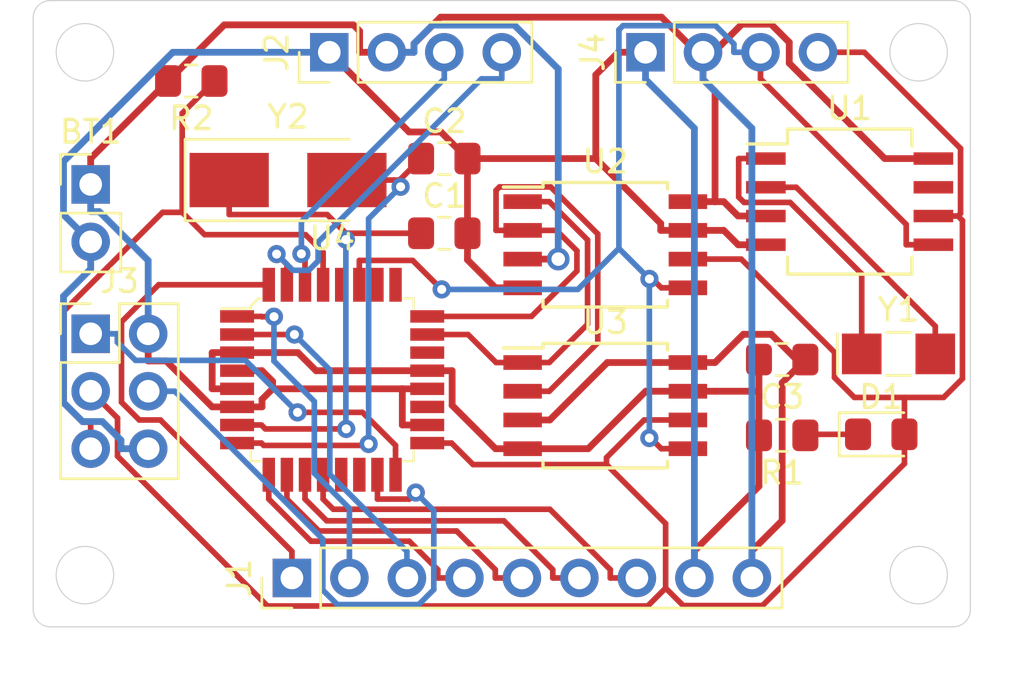
<source format=kicad_pcb>
(kicad_pcb (version 20171130) (host pcbnew "(5.1.2)-1")

  (general
    (thickness 1.6)
    (drawings 12)
    (tracks 343)
    (zones 0)
    (modules 17)
    (nets 32)
  )

  (page A4)
  (title_block
    (title "Duino Clone")
    (date 2019-05-20)
    (rev 1)
    (company "3 Hit Combo")
    (comment 1 "Designed by Anthony Hollis")
  )

  (layers
    (0 F.Cu signal)
    (31 B.Cu mixed)
    (32 B.Adhes user)
    (33 F.Adhes user)
    (34 B.Paste user)
    (35 F.Paste user)
    (36 B.SilkS user)
    (37 F.SilkS user)
    (38 B.Mask user)
    (39 F.Mask user)
    (40 Dwgs.User user)
    (41 Cmts.User user)
    (42 Eco1.User user)
    (43 Eco2.User user)
    (44 Edge.Cuts user)
    (45 Margin user)
    (46 B.CrtYd user)
    (47 F.CrtYd user)
    (48 B.Fab user)
    (49 F.Fab user)
  )

  (setup
    (last_trace_width 0.25)
    (user_trace_width 0.3)
    (trace_clearance 0.2)
    (zone_clearance 0.508)
    (zone_45_only no)
    (trace_min 0.2)
    (via_size 0.8)
    (via_drill 0.4)
    (via_min_size 0.4)
    (via_min_drill 0.3)
    (user_via 1 0.6)
    (uvia_size 0.3)
    (uvia_drill 0.1)
    (uvias_allowed no)
    (uvia_min_size 0.2)
    (uvia_min_drill 0.1)
    (edge_width 0.05)
    (segment_width 0.2)
    (pcb_text_width 0.3)
    (pcb_text_size 1.5 1.5)
    (mod_edge_width 0.12)
    (mod_text_size 1 1)
    (mod_text_width 0.15)
    (pad_size 1.524 1.524)
    (pad_drill 0.762)
    (pad_to_mask_clearance 0.051)
    (solder_mask_min_width 0.25)
    (aux_axis_origin 0 0)
    (visible_elements FFFFFF7F)
    (pcbplotparams
      (layerselection 0x010fc_ffffffff)
      (usegerberextensions false)
      (usegerberattributes false)
      (usegerberadvancedattributes false)
      (creategerberjobfile false)
      (excludeedgelayer true)
      (linewidth 0.100000)
      (plotframeref false)
      (viasonmask false)
      (mode 1)
      (useauxorigin false)
      (hpglpennumber 1)
      (hpglpenspeed 20)
      (hpglpendiameter 15.000000)
      (psnegative false)
      (psa4output false)
      (plotreference true)
      (plotvalue true)
      (plotinvisibletext false)
      (padsonsilk false)
      (subtractmaskfromsilk false)
      (outputformat 1)
      (mirror false)
      (drillshape 1)
      (scaleselection 1)
      (outputdirectory ""))
  )

  (net 0 "")
  (net 1 /Vcc)
  (net 2 GNDPWR)
  (net 3 "Net-(C1-Pad1)")
  (net 4 "Net-(C2-Pad1)")
  (net 5 "Net-(D1-Pad1)")
  (net 6 /SCK)
  (net 7 /D2)
  (net 8 /D3)
  (net 9 /D4)
  (net 10 /D5)
  (net 11 /D6)
  (net 12 /D7)
  (net 13 /D8)
  (net 14 /RX)
  (net 15 /TX)
  (net 16 /MISO)
  (net 17 /MOSI)
  (net 18 /RESET)
  (net 19 /SDA)
  (net 20 "Net-(U1-Pad1)")
  (net 21 "Net-(U1-Pad2)")
  (net 22 "Net-(U1-Pad7)")
  (net 23 /ADDS1)
  (net 24 /ADDS2)
  (net 25 "Net-(U4-Pad13)")
  (net 26 "Net-(U4-Pad14)")
  (net 27 "Net-(U4-Pad19)")
  (net 28 "Net-(U4-Pad22)")
  (net 29 "Net-(U4-Pad25)")
  (net 30 "Net-(U4-Pad26)")
  (net 31 "Net-(U4-Pad28)")

  (net_class Default "This is the default net class."
    (clearance 0.2)
    (trace_width 0.25)
    (via_dia 0.8)
    (via_drill 0.4)
    (uvia_dia 0.3)
    (uvia_drill 0.1)
    (add_net /ADDS1)
    (add_net /ADDS2)
    (add_net /D2)
    (add_net /D3)
    (add_net /D4)
    (add_net /D5)
    (add_net /D6)
    (add_net /D7)
    (add_net /D8)
    (add_net /MISO)
    (add_net /MOSI)
    (add_net /RESET)
    (add_net /RX)
    (add_net /SCK)
    (add_net /SDA)
    (add_net /TX)
    (add_net "Net-(C1-Pad1)")
    (add_net "Net-(C2-Pad1)")
    (add_net "Net-(D1-Pad1)")
    (add_net "Net-(U1-Pad1)")
    (add_net "Net-(U1-Pad2)")
    (add_net "Net-(U1-Pad7)")
    (add_net "Net-(U4-Pad13)")
    (add_net "Net-(U4-Pad14)")
    (add_net "Net-(U4-Pad19)")
    (add_net "Net-(U4-Pad22)")
    (add_net "Net-(U4-Pad25)")
    (add_net "Net-(U4-Pad26)")
    (add_net "Net-(U4-Pad28)")
  )

  (net_class Power ""
    (clearance 0.2)
    (trace_width 0.3)
    (via_dia 1)
    (via_drill 0.6)
    (uvia_dia 0.3)
    (uvia_drill 0.1)
    (add_net /Vcc)
    (add_net GNDPWR)
  )

  (module Connector_PinHeader_2.54mm:PinHeader_1x02_P2.54mm_Vertical (layer F.Cu) (tedit 59FED5CC) (tstamp 5CE308A7)
    (at 82.804 91.44)
    (descr "Through hole straight pin header, 1x02, 2.54mm pitch, single row")
    (tags "Through hole pin header THT 1x02 2.54mm single row")
    (path /5CE2F41C)
    (fp_text reference BT1 (at 0 -2.33) (layer F.SilkS)
      (effects (font (size 1 1) (thickness 0.15)))
    )
    (fp_text value "Battery 3v" (at 0 4.87) (layer F.Fab)
      (effects (font (size 1 1) (thickness 0.15)))
    )
    (fp_line (start -0.635 -1.27) (end 1.27 -1.27) (layer F.Fab) (width 0.1))
    (fp_line (start 1.27 -1.27) (end 1.27 3.81) (layer F.Fab) (width 0.1))
    (fp_line (start 1.27 3.81) (end -1.27 3.81) (layer F.Fab) (width 0.1))
    (fp_line (start -1.27 3.81) (end -1.27 -0.635) (layer F.Fab) (width 0.1))
    (fp_line (start -1.27 -0.635) (end -0.635 -1.27) (layer F.Fab) (width 0.1))
    (fp_line (start -1.33 3.87) (end 1.33 3.87) (layer F.SilkS) (width 0.12))
    (fp_line (start -1.33 1.27) (end -1.33 3.87) (layer F.SilkS) (width 0.12))
    (fp_line (start 1.33 1.27) (end 1.33 3.87) (layer F.SilkS) (width 0.12))
    (fp_line (start -1.33 1.27) (end 1.33 1.27) (layer F.SilkS) (width 0.12))
    (fp_line (start -1.33 0) (end -1.33 -1.33) (layer F.SilkS) (width 0.12))
    (fp_line (start -1.33 -1.33) (end 0 -1.33) (layer F.SilkS) (width 0.12))
    (fp_line (start -1.8 -1.8) (end -1.8 4.35) (layer F.CrtYd) (width 0.05))
    (fp_line (start -1.8 4.35) (end 1.8 4.35) (layer F.CrtYd) (width 0.05))
    (fp_line (start 1.8 4.35) (end 1.8 -1.8) (layer F.CrtYd) (width 0.05))
    (fp_line (start 1.8 -1.8) (end -1.8 -1.8) (layer F.CrtYd) (width 0.05))
    (fp_text user %R (at 0 1.27 90) (layer F.Fab)
      (effects (font (size 1 1) (thickness 0.15)))
    )
    (pad 1 thru_hole rect (at 0 0) (size 1.7 1.7) (drill 1) (layers *.Cu *.Mask)
      (net 1 /Vcc))
    (pad 2 thru_hole oval (at 0 2.54) (size 1.7 1.7) (drill 1) (layers *.Cu *.Mask)
      (net 2 GNDPWR))
    (model ${KISYS3DMOD}/Connector_PinHeader_2.54mm.3dshapes/PinHeader_1x02_P2.54mm_Vertical.wrl
      (at (xyz 0 0 0))
      (scale (xyz 1 1 1))
      (rotate (xyz 0 0 0))
    )
  )

  (module Capacitor_SMD:C_0805_2012Metric_Pad1.15x1.40mm_HandSolder (layer F.Cu) (tedit 5B36C52B) (tstamp 5CE31B5B)
    (at 98.425 93.599)
    (descr "Capacitor SMD 0805 (2012 Metric), square (rectangular) end terminal, IPC_7351 nominal with elongated pad for handsoldering. (Body size source: https://docs.google.com/spreadsheets/d/1BsfQQcO9C6DZCsRaXUlFlo91Tg2WpOkGARC1WS5S8t0/edit?usp=sharing), generated with kicad-footprint-generator")
    (tags "capacitor handsolder")
    (path /5CE30EAD)
    (attr smd)
    (fp_text reference C1 (at 0 -1.65) (layer F.SilkS)
      (effects (font (size 1 1) (thickness 0.15)))
    )
    (fp_text value 22pf (at 0 1.65) (layer F.Fab)
      (effects (font (size 1 1) (thickness 0.15)))
    )
    (fp_line (start -1 0.6) (end -1 -0.6) (layer F.Fab) (width 0.1))
    (fp_line (start -1 -0.6) (end 1 -0.6) (layer F.Fab) (width 0.1))
    (fp_line (start 1 -0.6) (end 1 0.6) (layer F.Fab) (width 0.1))
    (fp_line (start 1 0.6) (end -1 0.6) (layer F.Fab) (width 0.1))
    (fp_line (start -0.261252 -0.71) (end 0.261252 -0.71) (layer F.SilkS) (width 0.12))
    (fp_line (start -0.261252 0.71) (end 0.261252 0.71) (layer F.SilkS) (width 0.12))
    (fp_line (start -1.85 0.95) (end -1.85 -0.95) (layer F.CrtYd) (width 0.05))
    (fp_line (start -1.85 -0.95) (end 1.85 -0.95) (layer F.CrtYd) (width 0.05))
    (fp_line (start 1.85 -0.95) (end 1.85 0.95) (layer F.CrtYd) (width 0.05))
    (fp_line (start 1.85 0.95) (end -1.85 0.95) (layer F.CrtYd) (width 0.05))
    (fp_text user %R (at 0 0) (layer F.Fab)
      (effects (font (size 0.5 0.5) (thickness 0.08)))
    )
    (pad 1 smd roundrect (at -1.025 0) (size 1.15 1.4) (layers F.Cu F.Paste F.Mask) (roundrect_rratio 0.217391)
      (net 3 "Net-(C1-Pad1)"))
    (pad 2 smd roundrect (at 1.025 0) (size 1.15 1.4) (layers F.Cu F.Paste F.Mask) (roundrect_rratio 0.217391)
      (net 2 GNDPWR))
    (model ${KISYS3DMOD}/Capacitor_SMD.3dshapes/C_0805_2012Metric.wrl
      (at (xyz 0 0 0))
      (scale (xyz 1 1 1))
      (rotate (xyz 0 0 0))
    )
  )

  (module Capacitor_SMD:C_0805_2012Metric_Pad1.15x1.40mm_HandSolder (layer F.Cu) (tedit 5B36C52B) (tstamp 5CE31B8B)
    (at 98.425 90.297)
    (descr "Capacitor SMD 0805 (2012 Metric), square (rectangular) end terminal, IPC_7351 nominal with elongated pad for handsoldering. (Body size source: https://docs.google.com/spreadsheets/d/1BsfQQcO9C6DZCsRaXUlFlo91Tg2WpOkGARC1WS5S8t0/edit?usp=sharing), generated with kicad-footprint-generator")
    (tags "capacitor handsolder")
    (path /5CE31ACC)
    (attr smd)
    (fp_text reference C2 (at 0 -1.65) (layer F.SilkS)
      (effects (font (size 1 1) (thickness 0.15)))
    )
    (fp_text value 22pf (at 0 1.65) (layer F.Fab)
      (effects (font (size 1 1) (thickness 0.15)))
    )
    (fp_text user %R (at 0 0) (layer F.Fab)
      (effects (font (size 0.5 0.5) (thickness 0.08)))
    )
    (fp_line (start 1.85 0.95) (end -1.85 0.95) (layer F.CrtYd) (width 0.05))
    (fp_line (start 1.85 -0.95) (end 1.85 0.95) (layer F.CrtYd) (width 0.05))
    (fp_line (start -1.85 -0.95) (end 1.85 -0.95) (layer F.CrtYd) (width 0.05))
    (fp_line (start -1.85 0.95) (end -1.85 -0.95) (layer F.CrtYd) (width 0.05))
    (fp_line (start -0.261252 0.71) (end 0.261252 0.71) (layer F.SilkS) (width 0.12))
    (fp_line (start -0.261252 -0.71) (end 0.261252 -0.71) (layer F.SilkS) (width 0.12))
    (fp_line (start 1 0.6) (end -1 0.6) (layer F.Fab) (width 0.1))
    (fp_line (start 1 -0.6) (end 1 0.6) (layer F.Fab) (width 0.1))
    (fp_line (start -1 -0.6) (end 1 -0.6) (layer F.Fab) (width 0.1))
    (fp_line (start -1 0.6) (end -1 -0.6) (layer F.Fab) (width 0.1))
    (pad 2 smd roundrect (at 1.025 0) (size 1.15 1.4) (layers F.Cu F.Paste F.Mask) (roundrect_rratio 0.217391)
      (net 2 GNDPWR))
    (pad 1 smd roundrect (at -1.025 0) (size 1.15 1.4) (layers F.Cu F.Paste F.Mask) (roundrect_rratio 0.217391)
      (net 4 "Net-(C2-Pad1)"))
    (model ${KISYS3DMOD}/Capacitor_SMD.3dshapes/C_0805_2012Metric.wrl
      (at (xyz 0 0 0))
      (scale (xyz 1 1 1))
      (rotate (xyz 0 0 0))
    )
  )

  (module Capacitor_SMD:C_0805_2012Metric_Pad1.15x1.40mm_HandSolder (layer F.Cu) (tedit 5B36C52B) (tstamp 5CE308DA)
    (at 113.352 99.183 180)
    (descr "Capacitor SMD 0805 (2012 Metric), square (rectangular) end terminal, IPC_7351 nominal with elongated pad for handsoldering. (Body size source: https://docs.google.com/spreadsheets/d/1BsfQQcO9C6DZCsRaXUlFlo91Tg2WpOkGARC1WS5S8t0/edit?usp=sharing), generated with kicad-footprint-generator")
    (tags "capacitor handsolder")
    (path /5CE322B6)
    (attr smd)
    (fp_text reference C3 (at 0 -1.65) (layer F.SilkS)
      (effects (font (size 1 1) (thickness 0.15)))
    )
    (fp_text value 10uf (at 0 1.65) (layer F.Fab)
      (effects (font (size 1 1) (thickness 0.15)))
    )
    (fp_line (start -1 0.6) (end -1 -0.6) (layer F.Fab) (width 0.1))
    (fp_line (start -1 -0.6) (end 1 -0.6) (layer F.Fab) (width 0.1))
    (fp_line (start 1 -0.6) (end 1 0.6) (layer F.Fab) (width 0.1))
    (fp_line (start 1 0.6) (end -1 0.6) (layer F.Fab) (width 0.1))
    (fp_line (start -0.261252 -0.71) (end 0.261252 -0.71) (layer F.SilkS) (width 0.12))
    (fp_line (start -0.261252 0.71) (end 0.261252 0.71) (layer F.SilkS) (width 0.12))
    (fp_line (start -1.85 0.95) (end -1.85 -0.95) (layer F.CrtYd) (width 0.05))
    (fp_line (start -1.85 -0.95) (end 1.85 -0.95) (layer F.CrtYd) (width 0.05))
    (fp_line (start 1.85 -0.95) (end 1.85 0.95) (layer F.CrtYd) (width 0.05))
    (fp_line (start 1.85 0.95) (end -1.85 0.95) (layer F.CrtYd) (width 0.05))
    (fp_text user %R (at 0 0) (layer F.Fab)
      (effects (font (size 0.5 0.5) (thickness 0.08)))
    )
    (pad 1 smd roundrect (at -1.025 0 180) (size 1.15 1.4) (layers F.Cu F.Paste F.Mask) (roundrect_rratio 0.217391)
      (net 1 /Vcc))
    (pad 2 smd roundrect (at 1.025 0 180) (size 1.15 1.4) (layers F.Cu F.Paste F.Mask) (roundrect_rratio 0.217391)
      (net 2 GNDPWR))
    (model ${KISYS3DMOD}/Capacitor_SMD.3dshapes/C_0805_2012Metric.wrl
      (at (xyz 0 0 0))
      (scale (xyz 1 1 1))
      (rotate (xyz 0 0 0))
    )
  )

  (module LED_SMD:LED_0805_2012Metric_Pad1.15x1.40mm_HandSolder (layer F.Cu) (tedit 5B4B45C9) (tstamp 5CE308ED)
    (at 117.729 102.489)
    (descr "LED SMD 0805 (2012 Metric), square (rectangular) end terminal, IPC_7351 nominal, (Body size source: https://docs.google.com/spreadsheets/d/1BsfQQcO9C6DZCsRaXUlFlo91Tg2WpOkGARC1WS5S8t0/edit?usp=sharing), generated with kicad-footprint-generator")
    (tags "LED handsolder")
    (path /5CE330B4)
    (attr smd)
    (fp_text reference D1 (at 0 -1.65) (layer F.SilkS)
      (effects (font (size 1 1) (thickness 0.15)))
    )
    (fp_text value LED (at 0 1.65) (layer F.Fab)
      (effects (font (size 1 1) (thickness 0.15)))
    )
    (fp_line (start 1 -0.6) (end -0.7 -0.6) (layer F.Fab) (width 0.1))
    (fp_line (start -0.7 -0.6) (end -1 -0.3) (layer F.Fab) (width 0.1))
    (fp_line (start -1 -0.3) (end -1 0.6) (layer F.Fab) (width 0.1))
    (fp_line (start -1 0.6) (end 1 0.6) (layer F.Fab) (width 0.1))
    (fp_line (start 1 0.6) (end 1 -0.6) (layer F.Fab) (width 0.1))
    (fp_line (start 1 -0.96) (end -1.86 -0.96) (layer F.SilkS) (width 0.12))
    (fp_line (start -1.86 -0.96) (end -1.86 0.96) (layer F.SilkS) (width 0.12))
    (fp_line (start -1.86 0.96) (end 1 0.96) (layer F.SilkS) (width 0.12))
    (fp_line (start -1.85 0.95) (end -1.85 -0.95) (layer F.CrtYd) (width 0.05))
    (fp_line (start -1.85 -0.95) (end 1.85 -0.95) (layer F.CrtYd) (width 0.05))
    (fp_line (start 1.85 -0.95) (end 1.85 0.95) (layer F.CrtYd) (width 0.05))
    (fp_line (start 1.85 0.95) (end -1.85 0.95) (layer F.CrtYd) (width 0.05))
    (fp_text user %R (at 0 0) (layer F.Fab)
      (effects (font (size 0.5 0.5) (thickness 0.08)))
    )
    (pad 1 smd roundrect (at -1.025 0) (size 1.15 1.4) (layers F.Cu F.Paste F.Mask) (roundrect_rratio 0.217391)
      (net 5 "Net-(D1-Pad1)"))
    (pad 2 smd roundrect (at 1.025 0) (size 1.15 1.4) (layers F.Cu F.Paste F.Mask) (roundrect_rratio 0.217391)
      (net 6 /SCK))
    (model ${KISYS3DMOD}/LED_SMD.3dshapes/LED_0805_2012Metric.wrl
      (at (xyz 0 0 0))
      (scale (xyz 1 1 1))
      (rotate (xyz 0 0 0))
    )
  )

  (module Connector_PinHeader_2.54mm:PinHeader_1x09_P2.54mm_Vertical (layer F.Cu) (tedit 59FED5CC) (tstamp 5CE3090A)
    (at 91.694 108.839 90)
    (descr "Through hole straight pin header, 1x09, 2.54mm pitch, single row")
    (tags "Through hole pin header THT 1x09 2.54mm single row")
    (path /5CE3C2E7/5CE3D253)
    (fp_text reference J1 (at 0 -2.33 90) (layer F.SilkS)
      (effects (font (size 1 1) (thickness 0.15)))
    )
    (fp_text value "Digital pins" (at 0 22.65 90) (layer F.Fab)
      (effects (font (size 1 1) (thickness 0.15)))
    )
    (fp_line (start -0.635 -1.27) (end 1.27 -1.27) (layer F.Fab) (width 0.1))
    (fp_line (start 1.27 -1.27) (end 1.27 21.59) (layer F.Fab) (width 0.1))
    (fp_line (start 1.27 21.59) (end -1.27 21.59) (layer F.Fab) (width 0.1))
    (fp_line (start -1.27 21.59) (end -1.27 -0.635) (layer F.Fab) (width 0.1))
    (fp_line (start -1.27 -0.635) (end -0.635 -1.27) (layer F.Fab) (width 0.1))
    (fp_line (start -1.33 21.65) (end 1.33 21.65) (layer F.SilkS) (width 0.12))
    (fp_line (start -1.33 1.27) (end -1.33 21.65) (layer F.SilkS) (width 0.12))
    (fp_line (start 1.33 1.27) (end 1.33 21.65) (layer F.SilkS) (width 0.12))
    (fp_line (start -1.33 1.27) (end 1.33 1.27) (layer F.SilkS) (width 0.12))
    (fp_line (start -1.33 0) (end -1.33 -1.33) (layer F.SilkS) (width 0.12))
    (fp_line (start -1.33 -1.33) (end 0 -1.33) (layer F.SilkS) (width 0.12))
    (fp_line (start -1.8 -1.8) (end -1.8 22.1) (layer F.CrtYd) (width 0.05))
    (fp_line (start -1.8 22.1) (end 1.8 22.1) (layer F.CrtYd) (width 0.05))
    (fp_line (start 1.8 22.1) (end 1.8 -1.8) (layer F.CrtYd) (width 0.05))
    (fp_line (start 1.8 -1.8) (end -1.8 -1.8) (layer F.CrtYd) (width 0.05))
    (fp_text user %R (at 0 10.16) (layer F.Fab)
      (effects (font (size 1 1) (thickness 0.15)))
    )
    (pad 1 thru_hole rect (at 0 0 90) (size 1.7 1.7) (drill 1) (layers *.Cu *.Mask)
      (net 7 /D2))
    (pad 2 thru_hole oval (at 0 2.54 90) (size 1.7 1.7) (drill 1) (layers *.Cu *.Mask)
      (net 8 /D3))
    (pad 3 thru_hole oval (at 0 5.08 90) (size 1.7 1.7) (drill 1) (layers *.Cu *.Mask)
      (net 9 /D4))
    (pad 4 thru_hole oval (at 0 7.62 90) (size 1.7 1.7) (drill 1) (layers *.Cu *.Mask)
      (net 10 /D5))
    (pad 5 thru_hole oval (at 0 10.16 90) (size 1.7 1.7) (drill 1) (layers *.Cu *.Mask)
      (net 11 /D6))
    (pad 6 thru_hole oval (at 0 12.7 90) (size 1.7 1.7) (drill 1) (layers *.Cu *.Mask)
      (net 12 /D7))
    (pad 7 thru_hole oval (at 0 15.24 90) (size 1.7 1.7) (drill 1) (layers *.Cu *.Mask)
      (net 13 /D8))
    (pad 8 thru_hole oval (at 0 17.78 90) (size 1.7 1.7) (drill 1) (layers *.Cu *.Mask)
      (net 2 GNDPWR))
    (pad 9 thru_hole oval (at 0 20.32 90) (size 1.7 1.7) (drill 1) (layers *.Cu *.Mask)
      (net 1 /Vcc))
    (model ${KISYS3DMOD}/Connector_PinHeader_2.54mm.3dshapes/PinHeader_1x09_P2.54mm_Vertical.wrl
      (at (xyz 0 0 0))
      (scale (xyz 1 1 1))
      (rotate (xyz 0 0 0))
    )
  )

  (module Connector_PinHeader_2.54mm:PinHeader_1x04_P2.54mm_Vertical (layer F.Cu) (tedit 59FED5CC) (tstamp 5CE30922)
    (at 93.345 85.598 90)
    (descr "Through hole straight pin header, 1x04, 2.54mm pitch, single row")
    (tags "Through hole pin header THT 1x04 2.54mm single row")
    (path /5CE3C2E7/5CE40335)
    (fp_text reference J2 (at 0 -2.33 90) (layer F.SilkS)
      (effects (font (size 1 1) (thickness 0.15)))
    )
    (fp_text value Serial (at 0 9.95 90) (layer F.Fab)
      (effects (font (size 1 1) (thickness 0.15)))
    )
    (fp_line (start -0.635 -1.27) (end 1.27 -1.27) (layer F.Fab) (width 0.1))
    (fp_line (start 1.27 -1.27) (end 1.27 8.89) (layer F.Fab) (width 0.1))
    (fp_line (start 1.27 8.89) (end -1.27 8.89) (layer F.Fab) (width 0.1))
    (fp_line (start -1.27 8.89) (end -1.27 -0.635) (layer F.Fab) (width 0.1))
    (fp_line (start -1.27 -0.635) (end -0.635 -1.27) (layer F.Fab) (width 0.1))
    (fp_line (start -1.33 8.95) (end 1.33 8.95) (layer F.SilkS) (width 0.12))
    (fp_line (start -1.33 1.27) (end -1.33 8.95) (layer F.SilkS) (width 0.12))
    (fp_line (start 1.33 1.27) (end 1.33 8.95) (layer F.SilkS) (width 0.12))
    (fp_line (start -1.33 1.27) (end 1.33 1.27) (layer F.SilkS) (width 0.12))
    (fp_line (start -1.33 0) (end -1.33 -1.33) (layer F.SilkS) (width 0.12))
    (fp_line (start -1.33 -1.33) (end 0 -1.33) (layer F.SilkS) (width 0.12))
    (fp_line (start -1.8 -1.8) (end -1.8 9.4) (layer F.CrtYd) (width 0.05))
    (fp_line (start -1.8 9.4) (end 1.8 9.4) (layer F.CrtYd) (width 0.05))
    (fp_line (start 1.8 9.4) (end 1.8 -1.8) (layer F.CrtYd) (width 0.05))
    (fp_line (start 1.8 -1.8) (end -1.8 -1.8) (layer F.CrtYd) (width 0.05))
    (fp_text user %R (at 0 3.81) (layer F.Fab)
      (effects (font (size 1 1) (thickness 0.15)))
    )
    (pad 1 thru_hole rect (at 0 0 90) (size 1.7 1.7) (drill 1) (layers *.Cu *.Mask)
      (net 2 GNDPWR))
    (pad 2 thru_hole oval (at 0 2.54 90) (size 1.7 1.7) (drill 1) (layers *.Cu *.Mask)
      (net 1 /Vcc))
    (pad 3 thru_hole oval (at 0 5.08 90) (size 1.7 1.7) (drill 1) (layers *.Cu *.Mask)
      (net 14 /RX))
    (pad 4 thru_hole oval (at 0 7.62 90) (size 1.7 1.7) (drill 1) (layers *.Cu *.Mask)
      (net 15 /TX))
    (model ${KISYS3DMOD}/Connector_PinHeader_2.54mm.3dshapes/PinHeader_1x04_P2.54mm_Vertical.wrl
      (at (xyz 0 0 0))
      (scale (xyz 1 1 1))
      (rotate (xyz 0 0 0))
    )
  )

  (module Connector_PinHeader_2.54mm:PinHeader_2x03_P2.54mm_Vertical (layer F.Cu) (tedit 59FED5CC) (tstamp 5CE3093E)
    (at 82.804 98.044)
    (descr "Through hole straight pin header, 2x03, 2.54mm pitch, double rows")
    (tags "Through hole pin header THT 2x03 2.54mm double row")
    (path /5CE3C2E7/5CE3EBBD)
    (fp_text reference J3 (at 1.27 -2.33) (layer F.SilkS)
      (effects (font (size 1 1) (thickness 0.15)))
    )
    (fp_text value ICSP (at 1.27 7.41) (layer F.Fab)
      (effects (font (size 1 1) (thickness 0.15)))
    )
    (fp_line (start 0 -1.27) (end 3.81 -1.27) (layer F.Fab) (width 0.1))
    (fp_line (start 3.81 -1.27) (end 3.81 6.35) (layer F.Fab) (width 0.1))
    (fp_line (start 3.81 6.35) (end -1.27 6.35) (layer F.Fab) (width 0.1))
    (fp_line (start -1.27 6.35) (end -1.27 0) (layer F.Fab) (width 0.1))
    (fp_line (start -1.27 0) (end 0 -1.27) (layer F.Fab) (width 0.1))
    (fp_line (start -1.33 6.41) (end 3.87 6.41) (layer F.SilkS) (width 0.12))
    (fp_line (start -1.33 1.27) (end -1.33 6.41) (layer F.SilkS) (width 0.12))
    (fp_line (start 3.87 -1.33) (end 3.87 6.41) (layer F.SilkS) (width 0.12))
    (fp_line (start -1.33 1.27) (end 1.27 1.27) (layer F.SilkS) (width 0.12))
    (fp_line (start 1.27 1.27) (end 1.27 -1.33) (layer F.SilkS) (width 0.12))
    (fp_line (start 1.27 -1.33) (end 3.87 -1.33) (layer F.SilkS) (width 0.12))
    (fp_line (start -1.33 0) (end -1.33 -1.33) (layer F.SilkS) (width 0.12))
    (fp_line (start -1.33 -1.33) (end 0 -1.33) (layer F.SilkS) (width 0.12))
    (fp_line (start -1.8 -1.8) (end -1.8 6.85) (layer F.CrtYd) (width 0.05))
    (fp_line (start -1.8 6.85) (end 4.35 6.85) (layer F.CrtYd) (width 0.05))
    (fp_line (start 4.35 6.85) (end 4.35 -1.8) (layer F.CrtYd) (width 0.05))
    (fp_line (start 4.35 -1.8) (end -1.8 -1.8) (layer F.CrtYd) (width 0.05))
    (fp_text user %R (at 1.27 2.54 90) (layer F.Fab)
      (effects (font (size 1 1) (thickness 0.15)))
    )
    (pad 1 thru_hole rect (at 0 0) (size 1.7 1.7) (drill 1) (layers *.Cu *.Mask)
      (net 16 /MISO))
    (pad 2 thru_hole oval (at 2.54 0) (size 1.7 1.7) (drill 1) (layers *.Cu *.Mask)
      (net 1 /Vcc))
    (pad 3 thru_hole oval (at 0 2.54) (size 1.7 1.7) (drill 1) (layers *.Cu *.Mask)
      (net 6 /SCK))
    (pad 4 thru_hole oval (at 2.54 2.54) (size 1.7 1.7) (drill 1) (layers *.Cu *.Mask)
      (net 17 /MOSI))
    (pad 5 thru_hole oval (at 0 5.08) (size 1.7 1.7) (drill 1) (layers *.Cu *.Mask)
      (net 18 /RESET))
    (pad 6 thru_hole oval (at 2.54 5.08) (size 1.7 1.7) (drill 1) (layers *.Cu *.Mask)
      (net 2 GNDPWR))
    (model ${KISYS3DMOD}/Connector_PinHeader_2.54mm.3dshapes/PinHeader_2x03_P2.54mm_Vertical.wrl
      (at (xyz 0 0 0))
      (scale (xyz 1 1 1))
      (rotate (xyz 0 0 0))
    )
  )

  (module Connector_PinHeader_2.54mm:PinHeader_1x04_P2.54mm_Vertical (layer F.Cu) (tedit 59FED5CC) (tstamp 5CE30956)
    (at 107.315 85.598 90)
    (descr "Through hole straight pin header, 1x04, 2.54mm pitch, single row")
    (tags "Through hole pin header THT 1x04 2.54mm single row")
    (path /5CE3C2E7/5CE3DCFD)
    (fp_text reference J4 (at 0 -2.33 90) (layer F.SilkS)
      (effects (font (size 1 1) (thickness 0.15)))
    )
    (fp_text value I2C (at 0 9.95 90) (layer F.Fab)
      (effects (font (size 1 1) (thickness 0.15)))
    )
    (fp_text user %R (at 0 3.81) (layer F.Fab)
      (effects (font (size 1 1) (thickness 0.15)))
    )
    (fp_line (start 1.8 -1.8) (end -1.8 -1.8) (layer F.CrtYd) (width 0.05))
    (fp_line (start 1.8 9.4) (end 1.8 -1.8) (layer F.CrtYd) (width 0.05))
    (fp_line (start -1.8 9.4) (end 1.8 9.4) (layer F.CrtYd) (width 0.05))
    (fp_line (start -1.8 -1.8) (end -1.8 9.4) (layer F.CrtYd) (width 0.05))
    (fp_line (start -1.33 -1.33) (end 0 -1.33) (layer F.SilkS) (width 0.12))
    (fp_line (start -1.33 0) (end -1.33 -1.33) (layer F.SilkS) (width 0.12))
    (fp_line (start -1.33 1.27) (end 1.33 1.27) (layer F.SilkS) (width 0.12))
    (fp_line (start 1.33 1.27) (end 1.33 8.95) (layer F.SilkS) (width 0.12))
    (fp_line (start -1.33 1.27) (end -1.33 8.95) (layer F.SilkS) (width 0.12))
    (fp_line (start -1.33 8.95) (end 1.33 8.95) (layer F.SilkS) (width 0.12))
    (fp_line (start -1.27 -0.635) (end -0.635 -1.27) (layer F.Fab) (width 0.1))
    (fp_line (start -1.27 8.89) (end -1.27 -0.635) (layer F.Fab) (width 0.1))
    (fp_line (start 1.27 8.89) (end -1.27 8.89) (layer F.Fab) (width 0.1))
    (fp_line (start 1.27 -1.27) (end 1.27 8.89) (layer F.Fab) (width 0.1))
    (fp_line (start -0.635 -1.27) (end 1.27 -1.27) (layer F.Fab) (width 0.1))
    (pad 4 thru_hole oval (at 0 7.62 90) (size 1.7 1.7) (drill 1) (layers *.Cu *.Mask)
      (net 6 /SCK))
    (pad 3 thru_hole oval (at 0 5.08 90) (size 1.7 1.7) (drill 1) (layers *.Cu *.Mask)
      (net 19 /SDA))
    (pad 2 thru_hole oval (at 0 2.54 90) (size 1.7 1.7) (drill 1) (layers *.Cu *.Mask)
      (net 1 /Vcc))
    (pad 1 thru_hole rect (at 0 0 90) (size 1.7 1.7) (drill 1) (layers *.Cu *.Mask)
      (net 2 GNDPWR))
    (model ${KISYS3DMOD}/Connector_PinHeader_2.54mm.3dshapes/PinHeader_1x04_P2.54mm_Vertical.wrl
      (at (xyz 0 0 0))
      (scale (xyz 1 1 1))
      (rotate (xyz 0 0 0))
    )
  )

  (module Resistor_SMD:R_0805_2012Metric_Pad1.15x1.40mm_HandSolder (layer F.Cu) (tedit 5B36C52B) (tstamp 5CE30967)
    (at 113.352 102.534 180)
    (descr "Resistor SMD 0805 (2012 Metric), square (rectangular) end terminal, IPC_7351 nominal with elongated pad for handsoldering. (Body size source: https://docs.google.com/spreadsheets/d/1BsfQQcO9C6DZCsRaXUlFlo91Tg2WpOkGARC1WS5S8t0/edit?usp=sharing), generated with kicad-footprint-generator")
    (tags "resistor handsolder")
    (path /5CE33F79)
    (attr smd)
    (fp_text reference R1 (at 0 -1.65) (layer F.SilkS)
      (effects (font (size 1 1) (thickness 0.15)))
    )
    (fp_text value 330ohm (at 0 1.65) (layer F.Fab)
      (effects (font (size 1 1) (thickness 0.15)))
    )
    (fp_line (start -1 0.6) (end -1 -0.6) (layer F.Fab) (width 0.1))
    (fp_line (start -1 -0.6) (end 1 -0.6) (layer F.Fab) (width 0.1))
    (fp_line (start 1 -0.6) (end 1 0.6) (layer F.Fab) (width 0.1))
    (fp_line (start 1 0.6) (end -1 0.6) (layer F.Fab) (width 0.1))
    (fp_line (start -0.261252 -0.71) (end 0.261252 -0.71) (layer F.SilkS) (width 0.12))
    (fp_line (start -0.261252 0.71) (end 0.261252 0.71) (layer F.SilkS) (width 0.12))
    (fp_line (start -1.85 0.95) (end -1.85 -0.95) (layer F.CrtYd) (width 0.05))
    (fp_line (start -1.85 -0.95) (end 1.85 -0.95) (layer F.CrtYd) (width 0.05))
    (fp_line (start 1.85 -0.95) (end 1.85 0.95) (layer F.CrtYd) (width 0.05))
    (fp_line (start 1.85 0.95) (end -1.85 0.95) (layer F.CrtYd) (width 0.05))
    (fp_text user %R (at 0 0) (layer F.Fab)
      (effects (font (size 0.5 0.5) (thickness 0.08)))
    )
    (pad 1 smd roundrect (at -1.025 0 180) (size 1.15 1.4) (layers F.Cu F.Paste F.Mask) (roundrect_rratio 0.217391)
      (net 5 "Net-(D1-Pad1)"))
    (pad 2 smd roundrect (at 1.025 0 180) (size 1.15 1.4) (layers F.Cu F.Paste F.Mask) (roundrect_rratio 0.217391)
      (net 2 GNDPWR))
    (model ${KISYS3DMOD}/Resistor_SMD.3dshapes/R_0805_2012Metric.wrl
      (at (xyz 0 0 0))
      (scale (xyz 1 1 1))
      (rotate (xyz 0 0 0))
    )
  )

  (module Resistor_SMD:R_0805_2012Metric_Pad1.15x1.40mm_HandSolder (layer F.Cu) (tedit 5B36C52B) (tstamp 5CE30978)
    (at 87.249 86.868 180)
    (descr "Resistor SMD 0805 (2012 Metric), square (rectangular) end terminal, IPC_7351 nominal with elongated pad for handsoldering. (Body size source: https://docs.google.com/spreadsheets/d/1BsfQQcO9C6DZCsRaXUlFlo91Tg2WpOkGARC1WS5S8t0/edit?usp=sharing), generated with kicad-footprint-generator")
    (tags "resistor handsolder")
    (path /5CE34AF5)
    (attr smd)
    (fp_text reference R2 (at 0 -1.65) (layer F.SilkS)
      (effects (font (size 1 1) (thickness 0.15)))
    )
    (fp_text value 10kohm (at 0 1.65) (layer F.Fab)
      (effects (font (size 1 1) (thickness 0.15)))
    )
    (fp_text user %R (at 0 0) (layer F.Fab)
      (effects (font (size 0.5 0.5) (thickness 0.08)))
    )
    (fp_line (start 1.85 0.95) (end -1.85 0.95) (layer F.CrtYd) (width 0.05))
    (fp_line (start 1.85 -0.95) (end 1.85 0.95) (layer F.CrtYd) (width 0.05))
    (fp_line (start -1.85 -0.95) (end 1.85 -0.95) (layer F.CrtYd) (width 0.05))
    (fp_line (start -1.85 0.95) (end -1.85 -0.95) (layer F.CrtYd) (width 0.05))
    (fp_line (start -0.261252 0.71) (end 0.261252 0.71) (layer F.SilkS) (width 0.12))
    (fp_line (start -0.261252 -0.71) (end 0.261252 -0.71) (layer F.SilkS) (width 0.12))
    (fp_line (start 1 0.6) (end -1 0.6) (layer F.Fab) (width 0.1))
    (fp_line (start 1 -0.6) (end 1 0.6) (layer F.Fab) (width 0.1))
    (fp_line (start -1 -0.6) (end 1 -0.6) (layer F.Fab) (width 0.1))
    (fp_line (start -1 0.6) (end -1 -0.6) (layer F.Fab) (width 0.1))
    (pad 2 smd roundrect (at 1.025 0 180) (size 1.15 1.4) (layers F.Cu F.Paste F.Mask) (roundrect_rratio 0.217391)
      (net 1 /Vcc))
    (pad 1 smd roundrect (at -1.025 0 180) (size 1.15 1.4) (layers F.Cu F.Paste F.Mask) (roundrect_rratio 0.217391)
      (net 18 /RESET))
    (model ${KISYS3DMOD}/Resistor_SMD.3dshapes/R_0805_2012Metric.wrl
      (at (xyz 0 0 0))
      (scale (xyz 1 1 1))
      (rotate (xyz 0 0 0))
    )
  )

  (module Package_SO:SO-8_5.3x6.2mm_P1.27mm (layer F.Cu) (tedit 5A02F2D3) (tstamp 5CE30995)
    (at 116.332 92.202)
    (descr "8-Lead Plastic Small Outline, 5.3x6.2mm Body (http://www.ti.com.cn/cn/lit/ds/symlink/tl7705a.pdf)")
    (tags "SOIC 1.27")
    (path /5CE464AF)
    (attr smd)
    (fp_text reference U1 (at 0 -4.13) (layer F.SilkS)
      (effects (font (size 1 1) (thickness 0.15)))
    )
    (fp_text value DS1337S+ (at 0 4.13) (layer F.Fab)
      (effects (font (size 1 1) (thickness 0.15)))
    )
    (fp_text user %R (at 0 0) (layer F.Fab)
      (effects (font (size 1 1) (thickness 0.15)))
    )
    (fp_line (start -1.65 -3.1) (end 2.65 -3.1) (layer F.Fab) (width 0.15))
    (fp_line (start 2.65 -3.1) (end 2.65 3.1) (layer F.Fab) (width 0.15))
    (fp_line (start 2.65 3.1) (end -2.65 3.1) (layer F.Fab) (width 0.15))
    (fp_line (start -2.65 3.1) (end -2.65 -2.1) (layer F.Fab) (width 0.15))
    (fp_line (start -2.65 -2.1) (end -1.65 -3.1) (layer F.Fab) (width 0.15))
    (fp_line (start -4.83 -3.35) (end -4.83 3.35) (layer F.CrtYd) (width 0.05))
    (fp_line (start 4.83 -3.35) (end 4.83 3.35) (layer F.CrtYd) (width 0.05))
    (fp_line (start -4.83 -3.35) (end 4.83 -3.35) (layer F.CrtYd) (width 0.05))
    (fp_line (start -4.83 3.35) (end 4.83 3.35) (layer F.CrtYd) (width 0.05))
    (fp_line (start -2.75 -3.205) (end -2.75 -2.55) (layer F.SilkS) (width 0.15))
    (fp_line (start 2.75 -3.205) (end 2.75 -2.455) (layer F.SilkS) (width 0.15))
    (fp_line (start 2.75 3.205) (end 2.75 2.455) (layer F.SilkS) (width 0.15))
    (fp_line (start -2.75 3.205) (end -2.75 2.455) (layer F.SilkS) (width 0.15))
    (fp_line (start -2.75 -3.205) (end 2.75 -3.205) (layer F.SilkS) (width 0.15))
    (fp_line (start -2.75 3.205) (end 2.75 3.205) (layer F.SilkS) (width 0.15))
    (fp_line (start -2.75 -2.55) (end -4.5 -2.55) (layer F.SilkS) (width 0.15))
    (pad 1 smd rect (at -3.7 -1.905) (size 1.75 0.55) (layers F.Cu F.Paste F.Mask)
      (net 20 "Net-(U1-Pad1)"))
    (pad 2 smd rect (at -3.7 -0.635) (size 1.75 0.55) (layers F.Cu F.Paste F.Mask)
      (net 21 "Net-(U1-Pad2)"))
    (pad 3 smd rect (at -3.7 0.635) (size 1.75 0.55) (layers F.Cu F.Paste F.Mask)
      (net 1 /Vcc))
    (pad 4 smd rect (at -3.7 1.905) (size 1.75 0.55) (layers F.Cu F.Paste F.Mask)
      (net 2 GNDPWR))
    (pad 5 smd rect (at 3.7 1.905) (size 1.75 0.55) (layers F.Cu F.Paste F.Mask)
      (net 19 /SDA))
    (pad 6 smd rect (at 3.7 0.635) (size 1.75 0.55) (layers F.Cu F.Paste F.Mask)
      (net 6 /SCK))
    (pad 7 smd rect (at 3.7 -0.635) (size 1.75 0.55) (layers F.Cu F.Paste F.Mask)
      (net 22 "Net-(U1-Pad7)"))
    (pad 8 smd rect (at 3.7 -1.905) (size 1.75 0.55) (layers F.Cu F.Paste F.Mask)
      (net 1 /Vcc))
    (model ${KISYS3DMOD}/Package_SO.3dshapes/SO-8_5.3x6.2mm_P1.27mm.wrl
      (at (xyz 0 0 0))
      (scale (xyz 1 1 1))
      (rotate (xyz 0 0 0))
    )
  )

  (module Package_SO:SOIJ-8_5.3x5.3mm_P1.27mm (layer F.Cu) (tedit 5A02F2D3) (tstamp 5CE309B2)
    (at 105.537 94.107)
    (descr "8-Lead Plastic Small Outline (SM) - Medium, 5.28 mm Body [SOIC] (see Microchip Packaging Specification 00000049BS.pdf)")
    (tags "SOIC 1.27")
    (path /5CE35387)
    (attr smd)
    (fp_text reference U2 (at 0 -3.68) (layer F.SilkS)
      (effects (font (size 1 1) (thickness 0.15)))
    )
    (fp_text value 24LC1025 (at 0 3.68) (layer F.Fab)
      (effects (font (size 1 1) (thickness 0.15)))
    )
    (fp_text user %R (at 0 0) (layer F.Fab)
      (effects (font (size 1 1) (thickness 0.15)))
    )
    (fp_line (start -1.65 -2.65) (end 2.65 -2.65) (layer F.Fab) (width 0.15))
    (fp_line (start 2.65 -2.65) (end 2.65 2.65) (layer F.Fab) (width 0.15))
    (fp_line (start 2.65 2.65) (end -2.65 2.65) (layer F.Fab) (width 0.15))
    (fp_line (start -2.65 2.65) (end -2.65 -1.65) (layer F.Fab) (width 0.15))
    (fp_line (start -2.65 -1.65) (end -1.65 -2.65) (layer F.Fab) (width 0.15))
    (fp_line (start -4.75 -2.95) (end -4.75 2.95) (layer F.CrtYd) (width 0.05))
    (fp_line (start 4.75 -2.95) (end 4.75 2.95) (layer F.CrtYd) (width 0.05))
    (fp_line (start -4.75 -2.95) (end 4.75 -2.95) (layer F.CrtYd) (width 0.05))
    (fp_line (start -4.75 2.95) (end 4.75 2.95) (layer F.CrtYd) (width 0.05))
    (fp_line (start -2.75 -2.755) (end -2.75 -2.55) (layer F.SilkS) (width 0.15))
    (fp_line (start 2.75 -2.755) (end 2.75 -2.455) (layer F.SilkS) (width 0.15))
    (fp_line (start 2.75 2.755) (end 2.75 2.455) (layer F.SilkS) (width 0.15))
    (fp_line (start -2.75 2.755) (end -2.75 2.455) (layer F.SilkS) (width 0.15))
    (fp_line (start -2.75 -2.755) (end 2.75 -2.755) (layer F.SilkS) (width 0.15))
    (fp_line (start -2.75 2.755) (end 2.75 2.755) (layer F.SilkS) (width 0.15))
    (fp_line (start -2.75 -2.55) (end -4.5 -2.55) (layer F.SilkS) (width 0.15))
    (pad 1 smd rect (at -3.65 -1.905) (size 1.7 0.65) (layers F.Cu F.Paste F.Mask)
      (net 23 /ADDS1))
    (pad 2 smd rect (at -3.65 -0.635) (size 1.7 0.65) (layers F.Cu F.Paste F.Mask)
      (net 24 /ADDS2))
    (pad 3 smd rect (at -3.65 0.635) (size 1.7 0.65) (layers F.Cu F.Paste F.Mask)
      (net 1 /Vcc))
    (pad 4 smd rect (at -3.65 1.905) (size 1.7 0.65) (layers F.Cu F.Paste F.Mask)
      (net 2 GNDPWR))
    (pad 5 smd rect (at 3.65 1.905) (size 1.7 0.65) (layers F.Cu F.Paste F.Mask)
      (net 19 /SDA))
    (pad 6 smd rect (at 3.65 0.635) (size 1.7 0.65) (layers F.Cu F.Paste F.Mask)
      (net 6 /SCK))
    (pad 7 smd rect (at 3.65 -0.635) (size 1.7 0.65) (layers F.Cu F.Paste F.Mask)
      (net 2 GNDPWR))
    (pad 8 smd rect (at 3.65 -1.905) (size 1.7 0.65) (layers F.Cu F.Paste F.Mask)
      (net 1 /Vcc))
    (model ${KISYS3DMOD}/Package_SO.3dshapes/SOIJ-8_5.3x5.3mm_P1.27mm.wrl
      (at (xyz 0 0 0))
      (scale (xyz 1 1 1))
      (rotate (xyz 0 0 0))
    )
  )

  (module Package_SO:SOIJ-8_5.3x5.3mm_P1.27mm (layer F.Cu) (tedit 5A02F2D3) (tstamp 5CE309CF)
    (at 105.537 101.219)
    (descr "8-Lead Plastic Small Outline (SM) - Medium, 5.28 mm Body [SOIC] (see Microchip Packaging Specification 00000049BS.pdf)")
    (tags "SOIC 1.27")
    (path /5CE55027)
    (attr smd)
    (fp_text reference U3 (at 0 -3.68) (layer F.SilkS)
      (effects (font (size 1 1) (thickness 0.15)))
    )
    (fp_text value 24LC1025 (at 0 3.68) (layer F.Fab)
      (effects (font (size 1 1) (thickness 0.15)))
    )
    (fp_line (start -2.75 -2.55) (end -4.5 -2.55) (layer F.SilkS) (width 0.15))
    (fp_line (start -2.75 2.755) (end 2.75 2.755) (layer F.SilkS) (width 0.15))
    (fp_line (start -2.75 -2.755) (end 2.75 -2.755) (layer F.SilkS) (width 0.15))
    (fp_line (start -2.75 2.755) (end -2.75 2.455) (layer F.SilkS) (width 0.15))
    (fp_line (start 2.75 2.755) (end 2.75 2.455) (layer F.SilkS) (width 0.15))
    (fp_line (start 2.75 -2.755) (end 2.75 -2.455) (layer F.SilkS) (width 0.15))
    (fp_line (start -2.75 -2.755) (end -2.75 -2.55) (layer F.SilkS) (width 0.15))
    (fp_line (start -4.75 2.95) (end 4.75 2.95) (layer F.CrtYd) (width 0.05))
    (fp_line (start -4.75 -2.95) (end 4.75 -2.95) (layer F.CrtYd) (width 0.05))
    (fp_line (start 4.75 -2.95) (end 4.75 2.95) (layer F.CrtYd) (width 0.05))
    (fp_line (start -4.75 -2.95) (end -4.75 2.95) (layer F.CrtYd) (width 0.05))
    (fp_line (start -2.65 -1.65) (end -1.65 -2.65) (layer F.Fab) (width 0.15))
    (fp_line (start -2.65 2.65) (end -2.65 -1.65) (layer F.Fab) (width 0.15))
    (fp_line (start 2.65 2.65) (end -2.65 2.65) (layer F.Fab) (width 0.15))
    (fp_line (start 2.65 -2.65) (end 2.65 2.65) (layer F.Fab) (width 0.15))
    (fp_line (start -1.65 -2.65) (end 2.65 -2.65) (layer F.Fab) (width 0.15))
    (fp_text user %R (at 0 0) (layer F.Fab)
      (effects (font (size 1 1) (thickness 0.15)))
    )
    (pad 8 smd rect (at 3.65 -1.905) (size 1.7 0.65) (layers F.Cu F.Paste F.Mask)
      (net 1 /Vcc))
    (pad 7 smd rect (at 3.65 -0.635) (size 1.7 0.65) (layers F.Cu F.Paste F.Mask)
      (net 2 GNDPWR))
    (pad 6 smd rect (at 3.65 0.635) (size 1.7 0.65) (layers F.Cu F.Paste F.Mask)
      (net 6 /SCK))
    (pad 5 smd rect (at 3.65 1.905) (size 1.7 0.65) (layers F.Cu F.Paste F.Mask)
      (net 19 /SDA))
    (pad 4 smd rect (at -3.65 1.905) (size 1.7 0.65) (layers F.Cu F.Paste F.Mask)
      (net 2 GNDPWR))
    (pad 3 smd rect (at -3.65 0.635) (size 1.7 0.65) (layers F.Cu F.Paste F.Mask)
      (net 1 /Vcc))
    (pad 2 smd rect (at -3.65 -0.635) (size 1.7 0.65) (layers F.Cu F.Paste F.Mask)
      (net 24 /ADDS2))
    (pad 1 smd rect (at -3.65 -1.905) (size 1.7 0.65) (layers F.Cu F.Paste F.Mask)
      (net 23 /ADDS1))
    (model ${KISYS3DMOD}/Package_SO.3dshapes/SOIJ-8_5.3x5.3mm_P1.27mm.wrl
      (at (xyz 0 0 0))
      (scale (xyz 1 1 1))
      (rotate (xyz 0 0 0))
    )
  )

  (module digikey-footprints:TQFP-32_7x7mm (layer F.Cu) (tedit 59C2C6A7) (tstamp 5CE30A07)
    (at 93.472 100.076)
    (descr http://www.atmel.com/Images/Atmel-8826-SEEPROM-PCB-Mounting-Guidelines-Surface-Mount-Packages-ApplicationNote.pdf)
    (path /5CE4135D)
    (fp_text reference U4 (at 0 -6.25) (layer F.SilkS)
      (effects (font (size 1 1) (thickness 0.15)))
    )
    (fp_text value ATMEGA328P-AU (at 0 6.2) (layer F.Fab)
      (effects (font (size 1 1) (thickness 0.15)))
    )
    (fp_text user %R (at 0 0) (layer F.Fab)
      (effects (font (size 1 1) (thickness 0.15)))
    )
    (fp_line (start -5.2 5.2) (end 5.2 5.2) (layer F.CrtYd) (width 0.05))
    (fp_line (start -5.2 -5.2) (end -5.2 5.2) (layer F.CrtYd) (width 0.05))
    (fp_line (start 5.2 -5.2) (end 5.2 5.2) (layer F.CrtYd) (width 0.05))
    (fp_line (start -5.2 -5.2) (end 5.2 -5.2) (layer F.CrtYd) (width 0.05))
    (fp_line (start -3.15 -3.6) (end -3.25 -3.6) (layer F.SilkS) (width 0.1))
    (fp_line (start -3.25 -3.6) (end -3.6 -3.25) (layer F.SilkS) (width 0.1))
    (fp_line (start -3.6 -3.25) (end -3.6 -3.15) (layer F.SilkS) (width 0.1))
    (fp_line (start -3.6 -3.15) (end -4.9 -3.15) (layer F.SilkS) (width 0.1))
    (fp_line (start 3.6 -3.6) (end 3.15 -3.6) (layer F.SilkS) (width 0.1))
    (fp_line (start 3.6 -3.6) (end 3.6 -3.15) (layer F.SilkS) (width 0.1))
    (fp_line (start 3.6 3.6) (end 3.6 3.15) (layer F.SilkS) (width 0.1))
    (fp_line (start 3.6 3.6) (end 3.15 3.6) (layer F.SilkS) (width 0.1))
    (fp_line (start -3.6 3.6) (end -3.15 3.6) (layer F.SilkS) (width 0.1))
    (fp_line (start -3.6 3.6) (end -3.6 3.15) (layer F.SilkS) (width 0.1))
    (fp_line (start -3.5 -3.2) (end -3.5 3.5) (layer F.Fab) (width 0.1))
    (fp_line (start -3.2 -3.5) (end 3.5 -3.5) (layer F.Fab) (width 0.1))
    (fp_line (start -3.5 -3.2) (end -3.2 -3.5) (layer F.Fab) (width 0.1))
    (fp_line (start -3.5 3.5) (end 3.5 3.5) (layer F.Fab) (width 0.1))
    (fp_line (start 3.5 -3.5) (end 3.5 3.5) (layer F.Fab) (width 0.1))
    (pad 9 smd rect (at -2.8 4.2) (size 0.55 1.5) (layers F.Cu F.Paste F.Mask)
      (net 10 /D5))
    (pad 1 smd rect (at -4.2 -2.8) (size 1.5 0.55) (layers F.Cu F.Paste F.Mask)
      (net 8 /D3))
    (pad 2 smd rect (at -4.2 -2) (size 1.5 0.55) (layers F.Cu F.Paste F.Mask)
      (net 9 /D4))
    (pad 3 smd rect (at -4.2 -1.2) (size 1.5 0.55) (layers F.Cu F.Paste F.Mask)
      (net 2 GNDPWR))
    (pad 4 smd rect (at -4.2 -0.4) (size 1.5 0.55) (layers F.Cu F.Paste F.Mask)
      (net 1 /Vcc))
    (pad 5 smd rect (at -4.2 0.4) (size 1.5 0.55) (layers F.Cu F.Paste F.Mask)
      (net 2 GNDPWR))
    (pad 6 smd rect (at -4.2 1.2) (size 1.5 0.55) (layers F.Cu F.Paste F.Mask)
      (net 1 /Vcc))
    (pad 7 smd rect (at -4.2 2) (size 1.5 0.55) (layers F.Cu F.Paste F.Mask)
      (net 3 "Net-(C1-Pad1)"))
    (pad 8 smd rect (at -4.2 2.8) (size 1.5 0.55) (layers F.Cu F.Paste F.Mask)
      (net 4 "Net-(C2-Pad1)"))
    (pad 10 smd rect (at -2 4.2) (size 0.55 1.5) (layers F.Cu F.Paste F.Mask)
      (net 11 /D6))
    (pad 11 smd rect (at -1.2 4.2) (size 0.55 1.5) (layers F.Cu F.Paste F.Mask)
      (net 12 /D7))
    (pad 12 smd rect (at -0.4 4.2) (size 0.55 1.5) (layers F.Cu F.Paste F.Mask)
      (net 13 /D8))
    (pad 13 smd rect (at 0.4 4.2) (size 0.55 1.5) (layers F.Cu F.Paste F.Mask)
      (net 25 "Net-(U4-Pad13)"))
    (pad 14 smd rect (at 1.2 4.2) (size 0.55 1.5) (layers F.Cu F.Paste F.Mask)
      (net 26 "Net-(U4-Pad14)"))
    (pad 15 smd rect (at 2 4.2) (size 0.55 1.5) (layers F.Cu F.Paste F.Mask)
      (net 17 /MOSI))
    (pad 16 smd rect (at 2.8 4.2) (size 0.55 1.5) (layers F.Cu F.Paste F.Mask)
      (net 16 /MISO))
    (pad 17 smd rect (at 4.2 2.8) (size 1.5 0.55) (layers F.Cu F.Paste F.Mask)
      (net 6 /SCK))
    (pad 18 smd rect (at 4.2 2) (size 1.5 0.55) (layers F.Cu F.Paste F.Mask)
      (net 1 /Vcc))
    (pad 19 smd rect (at 4.2 1.2) (size 1.5 0.55) (layers F.Cu F.Paste F.Mask)
      (net 27 "Net-(U4-Pad19)"))
    (pad 20 smd rect (at 4.2 0.4) (size 1.5 0.55) (layers F.Cu F.Paste F.Mask)
      (net 1 /Vcc))
    (pad 21 smd rect (at 4.2 -0.4) (size 1.5 0.55) (layers F.Cu F.Paste F.Mask)
      (net 2 GNDPWR))
    (pad 22 smd rect (at 4.2 -1.2) (size 1.5 0.55) (layers F.Cu F.Paste F.Mask)
      (net 28 "Net-(U4-Pad22)"))
    (pad 23 smd rect (at 4.2 -2) (size 1.5 0.55) (layers F.Cu F.Paste F.Mask)
      (net 23 /ADDS1))
    (pad 24 smd rect (at 4.2 -2.8) (size 1.5 0.55) (layers F.Cu F.Paste F.Mask)
      (net 24 /ADDS2))
    (pad 25 smd rect (at 2.8 -4.2) (size 0.55 1.5) (layers F.Cu F.Paste F.Mask)
      (net 29 "Net-(U4-Pad25)"))
    (pad 26 smd rect (at 2 -4.2) (size 0.55 1.5) (layers F.Cu F.Paste F.Mask)
      (net 30 "Net-(U4-Pad26)"))
    (pad 27 smd rect (at 1.2 -4.2) (size 0.55 1.5) (layers F.Cu F.Paste F.Mask)
      (net 19 /SDA))
    (pad 28 smd rect (at 0.4 -4.2) (size 0.55 1.5) (layers F.Cu F.Paste F.Mask)
      (net 31 "Net-(U4-Pad28)"))
    (pad 29 smd rect (at -0.4 -4.2) (size 0.55 1.5) (layers F.Cu F.Paste F.Mask)
      (net 18 /RESET))
    (pad 30 smd rect (at -1.2 -4.2) (size 0.55 1.5) (layers F.Cu F.Paste F.Mask)
      (net 14 /RX))
    (pad 31 smd rect (at -2 -4.2) (size 0.55 1.5) (layers F.Cu F.Paste F.Mask)
      (net 15 /TX))
    (pad 32 smd rect (at -2.8 -4.2) (size 0.55 1.5) (layers F.Cu F.Paste F.Mask)
      (net 7 /D2))
  )

  (module Crystal:Crystal_SMD_MicroCrystal_CC7V-T1A-2Pin_3.2x1.5mm_HandSoldering (layer F.Cu) (tedit 5A0FD1B2) (tstamp 5CE30A1A)
    (at 118.491 98.933)
    (descr "SMD Crystal MicroCrystal CC7V-T1A/CM7V-T1A series http://www.microcrystal.com/images/_Product-Documentation/01_TF_ceramic_Packages/01_Datasheet/CC1V-T1A.pdf, hand-soldering, 3.2x1.5mm^2 package")
    (tags "SMD SMT crystal hand-soldering")
    (path /5CE47483)
    (attr smd)
    (fp_text reference Y1 (at 0 -1.95) (layer F.SilkS)
      (effects (font (size 1 1) (thickness 0.15)))
    )
    (fp_text value "Crystal 32MHz" (at 0 1.95) (layer F.Fab)
      (effects (font (size 1 1) (thickness 0.15)))
    )
    (fp_text user %R (at 0 0) (layer F.Fab)
      (effects (font (size 0.7 0.7) (thickness 0.105)))
    )
    (fp_line (start -1.6 -0.75) (end -1.6 0.75) (layer F.Fab) (width 0.1))
    (fp_line (start -1.6 0.75) (end 1.6 0.75) (layer F.Fab) (width 0.1))
    (fp_line (start 1.6 0.75) (end 1.6 -0.75) (layer F.Fab) (width 0.1))
    (fp_line (start 1.6 -0.75) (end -1.6 -0.75) (layer F.Fab) (width 0.1))
    (fp_line (start -1.6 0.25) (end -1.1 0.75) (layer F.Fab) (width 0.1))
    (fp_line (start -0.55 -0.95) (end 0.55 -0.95) (layer F.SilkS) (width 0.12))
    (fp_line (start -0.55 0.95) (end 0.55 0.95) (layer F.SilkS) (width 0.12))
    (fp_line (start -2.7 -0.9) (end -2.7 0.9) (layer F.SilkS) (width 0.12))
    (fp_line (start -2.8 -1.2) (end -2.8 1.2) (layer F.CrtYd) (width 0.05))
    (fp_line (start -2.8 1.2) (end 2.8 1.2) (layer F.CrtYd) (width 0.05))
    (fp_line (start 2.8 1.2) (end 2.8 -1.2) (layer F.CrtYd) (width 0.05))
    (fp_line (start 2.8 -1.2) (end -2.8 -1.2) (layer F.CrtYd) (width 0.05))
    (pad 1 smd rect (at -1.625 0) (size 1.75 1.8) (layers F.Cu F.Paste F.Mask)
      (net 20 "Net-(U1-Pad1)"))
    (pad 2 smd rect (at 1.625 0) (size 1.75 1.8) (layers F.Cu F.Paste F.Mask)
      (net 21 "Net-(U1-Pad2)"))
    (model ${KISYS3DMOD}/Crystal.3dshapes/Crystal_SMD_MicroCrystal_CC7V-T1A-2Pin_3.2x1.5mm_HandSoldering.wrl
      (at (xyz 0 0 0))
      (scale (xyz 1 1 1))
      (rotate (xyz 0 0 0))
    )
  )

  (module Crystal:Crystal_SMD_5032-2Pin_5.0x3.2mm_HandSoldering (layer F.Cu) (tedit 5A0FD1B2) (tstamp 5CE30A35)
    (at 91.523 91.247)
    (descr "SMD Crystal SERIES SMD2520/2 http://www.icbase.com/File/PDF/HKC/HKC00061008.pdf, hand-soldering, 5.0x3.2mm^2 package")
    (tags "SMD SMT crystal hand-soldering")
    (path /5CE4858A)
    (attr smd)
    (fp_text reference Y2 (at 0 -2.8) (layer F.SilkS)
      (effects (font (size 1 1) (thickness 0.15)))
    )
    (fp_text value "Crystal 16MHz" (at 0 2.8) (layer F.Fab)
      (effects (font (size 1 1) (thickness 0.15)))
    )
    (fp_text user %R (at 0 0) (layer F.Fab)
      (effects (font (size 1 1) (thickness 0.15)))
    )
    (fp_line (start -2.3 -1.6) (end 2.3 -1.6) (layer F.Fab) (width 0.1))
    (fp_line (start 2.3 -1.6) (end 2.5 -1.4) (layer F.Fab) (width 0.1))
    (fp_line (start 2.5 -1.4) (end 2.5 1.4) (layer F.Fab) (width 0.1))
    (fp_line (start 2.5 1.4) (end 2.3 1.6) (layer F.Fab) (width 0.1))
    (fp_line (start 2.3 1.6) (end -2.3 1.6) (layer F.Fab) (width 0.1))
    (fp_line (start -2.3 1.6) (end -2.5 1.4) (layer F.Fab) (width 0.1))
    (fp_line (start -2.5 1.4) (end -2.5 -1.4) (layer F.Fab) (width 0.1))
    (fp_line (start -2.5 -1.4) (end -2.3 -1.6) (layer F.Fab) (width 0.1))
    (fp_line (start -2.5 0.6) (end -1.5 1.6) (layer F.Fab) (width 0.1))
    (fp_line (start 2.7 -1.8) (end -4.55 -1.8) (layer F.SilkS) (width 0.12))
    (fp_line (start -4.55 -1.8) (end -4.55 1.8) (layer F.SilkS) (width 0.12))
    (fp_line (start -4.55 1.8) (end 2.7 1.8) (layer F.SilkS) (width 0.12))
    (fp_line (start -4.6 -1.9) (end -4.6 1.9) (layer F.CrtYd) (width 0.05))
    (fp_line (start -4.6 1.9) (end 4.6 1.9) (layer F.CrtYd) (width 0.05))
    (fp_line (start 4.6 1.9) (end 4.6 -1.9) (layer F.CrtYd) (width 0.05))
    (fp_line (start 4.6 -1.9) (end -4.6 -1.9) (layer F.CrtYd) (width 0.05))
    (fp_circle (center 0 0) (end 0.4 0) (layer F.Adhes) (width 0.1))
    (fp_circle (center 0 0) (end 0.333333 0) (layer F.Adhes) (width 0.133333))
    (fp_circle (center 0 0) (end 0.213333 0) (layer F.Adhes) (width 0.133333))
    (fp_circle (center 0 0) (end 0.093333 0) (layer F.Adhes) (width 0.186667))
    (pad 1 smd rect (at -2.6 0) (size 3.5 2.4) (layers F.Cu F.Paste F.Mask)
      (net 3 "Net-(C1-Pad1)"))
    (pad 2 smd rect (at 2.6 0) (size 3.5 2.4) (layers F.Cu F.Paste F.Mask)
      (net 4 "Net-(C2-Pad1)"))
    (model ${KISYS3DMOD}/Crystal.3dshapes/Crystal_SMD_5032-2Pin_5.0x3.2mm_HandSoldering.wrl
      (at (xyz 0 0 0))
      (scale (xyz 1 1 1))
      (rotate (xyz 0 0 0))
    )
  )

  (gr_circle (center 119.38 85.598) (end 118.11 85.598) (layer Edge.Cuts) (width 0.05) (tstamp 5CE327F1))
  (gr_circle (center 119.38 108.712) (end 118.11 108.712) (layer Edge.Cuts) (width 0.05) (tstamp 5CE327EF))
  (gr_circle (center 82.55 108.712) (end 81.28 108.712) (layer Edge.Cuts) (width 0.05) (tstamp 5CE327E8))
  (gr_circle (center 82.55 85.598) (end 81.28 85.598) (layer Edge.Cuts) (width 0.05))
  (gr_line (start 121.666 110.236) (end 121.666 84.074) (layer Edge.Cuts) (width 0.05) (tstamp 5CE326C6))
  (gr_line (start 81.026 110.998) (end 120.904 110.998) (layer Edge.Cuts) (width 0.05) (tstamp 5CE326C5))
  (gr_line (start 80.264 84.074) (end 80.264 110.236) (layer Edge.Cuts) (width 0.05) (tstamp 5CE326C4))
  (gr_line (start 120.904 83.312) (end 81.026 83.312) (layer Edge.Cuts) (width 0.05) (tstamp 5CE326C3))
  (gr_arc (start 120.904 84.074) (end 121.666 84.074) (angle -90) (layer Edge.Cuts) (width 0.05))
  (gr_arc (start 120.904 110.236) (end 120.904 110.998) (angle -90) (layer Edge.Cuts) (width 0.05))
  (gr_arc (start 81.026 110.236) (end 80.264 110.236) (angle -90) (layer Edge.Cuts) (width 0.05))
  (gr_arc (start 81.026 84.074) (end 81.026 83.312) (angle -90) (layer Edge.Cuts) (width 0.05))

  (segment (start 89.272 101.276) (end 90.3723 101.276) (width 0.3) (layer F.Cu) (net 1))
  (segment (start 90.84 100.476) (end 90.3723 100.9437) (width 0.3) (layer F.Cu) (net 1))
  (segment (start 90.3723 100.9437) (end 90.3723 101.276) (width 0.3) (layer F.Cu) (net 1))
  (segment (start 90.3723 99.676) (end 90.84 100.1437) (width 0.3) (layer F.Cu) (net 1))
  (segment (start 90.84 100.1437) (end 90.84 100.476) (width 0.3) (layer F.Cu) (net 1))
  (segment (start 90.84 100.476) (end 96.5717 100.476) (width 0.3) (layer F.Cu) (net 1))
  (segment (start 85.344 98.044) (end 85.344 99.2443) (width 0.3) (layer F.Cu) (net 1))
  (segment (start 89.272 101.276) (end 88.1717 101.276) (width 0.3) (layer F.Cu) (net 1))
  (segment (start 88.1717 101.276) (end 86.14 99.2443) (width 0.3) (layer F.Cu) (net 1))
  (segment (start 86.14 99.2443) (end 85.344 99.2443) (width 0.3) (layer F.Cu) (net 1))
  (segment (start 96.5717 100.476) (end 96.5717 102.076) (width 0.3) (layer F.Cu) (net 1))
  (segment (start 97.672 102.076) (end 96.5717 102.076) (width 0.3) (layer F.Cu) (net 1))
  (segment (start 109.187 99.314) (end 110.3873 99.314) (width 0.3) (layer F.Cu) (net 1))
  (segment (start 114.182 99.378) (end 112.8708 98.0668) (width 0.3) (layer F.Cu) (net 1))
  (segment (start 112.8708 98.0668) (end 111.6345 98.0668) (width 0.3) (layer F.Cu) (net 1))
  (segment (start 111.6345 98.0668) (end 110.3873 99.314) (width 0.3) (layer F.Cu) (net 1))
  (segment (start 114.182 99.378) (end 113.352 100.208) (width 0.3) (layer F.Cu) (net 1))
  (segment (start 113.352 100.208) (end 113.352 106.3007) (width 0.3) (layer F.Cu) (net 1))
  (segment (start 113.352 106.3007) (end 112.014 107.6387) (width 0.3) (layer F.Cu) (net 1))
  (segment (start 114.377 99.183) (end 114.182 99.378) (width 0.3) (layer F.Cu) (net 1))
  (segment (start 109.855 85.598) (end 109.855 86.7983) (width 0.3) (layer B.Cu) (net 1))
  (segment (start 109.855 86.7983) (end 112.014 88.9573) (width 0.3) (layer B.Cu) (net 1))
  (segment (start 112.014 88.9573) (end 112.014 108.839) (width 0.3) (layer B.Cu) (net 1))
  (segment (start 108.887 99.314) (end 109.187 99.314) (width 0.3) (layer F.Cu) (net 1))
  (segment (start 89.272 99.676) (end 90.3723 99.676) (width 0.3) (layer F.Cu) (net 1))
  (segment (start 108.887 99.314) (end 107.9867 99.314) (width 0.3) (layer F.Cu) (net 1))
  (segment (start 103.0873 94.742) (end 103.4591 94.742) (width 0.3) (layer F.Cu) (net 1))
  (segment (start 97.0853 85.598) (end 97.0853 85.2147) (width 0.3) (layer B.Cu) (net 1))
  (segment (start 97.0853 85.2147) (end 97.9023 84.3977) (width 0.3) (layer B.Cu) (net 1))
  (segment (start 97.9023 84.3977) (end 101.5213 84.3977) (width 0.3) (layer B.Cu) (net 1))
  (segment (start 101.5213 84.3977) (end 103.4591 86.3355) (width 0.3) (layer B.Cu) (net 1))
  (segment (start 103.4591 86.3355) (end 103.4591 94.742) (width 0.3) (layer B.Cu) (net 1))
  (segment (start 109.9532 85.9748) (end 111.5713 84.3567) (width 0.3) (layer F.Cu) (net 1))
  (segment (start 111.5713 84.3567) (end 112.8636 84.3567) (width 0.3) (layer F.Cu) (net 1))
  (segment (start 112.8636 84.3567) (end 113.665 85.1581) (width 0.3) (layer F.Cu) (net 1))
  (segment (start 113.665 85.1581) (end 113.665 86.0807) (width 0.3) (layer F.Cu) (net 1))
  (segment (start 113.665 86.0807) (end 117.8813 90.297) (width 0.3) (layer F.Cu) (net 1))
  (segment (start 117.8813 90.297) (end 120.032 90.297) (width 0.3) (layer F.Cu) (net 1))
  (segment (start 109.855 86.073) (end 109.9532 85.9748) (width 0.3) (layer F.Cu) (net 1))
  (segment (start 109.9532 85.9748) (end 108.0252 84.0469) (width 0.3) (layer F.Cu) (net 1))
  (segment (start 108.0252 84.0469) (end 98.2633 84.0469) (width 0.3) (layer F.Cu) (net 1))
  (segment (start 98.2633 84.0469) (end 97.0853 85.2249) (width 0.3) (layer F.Cu) (net 1))
  (segment (start 97.0853 85.2249) (end 97.0853 85.598) (width 0.3) (layer F.Cu) (net 1))
  (segment (start 95.885 85.598) (end 97.0853 85.598) (width 0.3) (layer F.Cu) (net 1))
  (segment (start 109.855 86.073) (end 109.855 86.7983) (width 0.3) (layer F.Cu) (net 1))
  (segment (start 109.855 85.598) (end 109.855 86.073) (width 0.3) (layer F.Cu) (net 1))
  (segment (start 95.885 85.598) (end 97.0853 85.598) (width 0.3) (layer B.Cu) (net 1))
  (segment (start 101.887 94.742) (end 103.0873 94.742) (width 0.3) (layer F.Cu) (net 1))
  (segment (start 103.0873 101.854) (end 105.6273 99.314) (width 0.3) (layer F.Cu) (net 1))
  (segment (start 105.6273 99.314) (end 107.9867 99.314) (width 0.3) (layer F.Cu) (net 1))
  (segment (start 82.804 91.44) (end 82.804 92.6403) (width 0.3) (layer B.Cu) (net 1))
  (segment (start 82.804 92.6403) (end 83.1791 92.6403) (width 0.3) (layer B.Cu) (net 1))
  (segment (start 83.1791 92.6403) (end 85.344 94.8052) (width 0.3) (layer B.Cu) (net 1))
  (segment (start 85.344 94.8052) (end 85.344 98.044) (width 0.3) (layer B.Cu) (net 1))
  (segment (start 86.224 86.868) (end 88.7068 84.3852) (width 0.3) (layer F.Cu) (net 1))
  (segment (start 88.7068 84.3852) (end 94.4086 84.3852) (width 0.3) (layer F.Cu) (net 1))
  (segment (start 94.4086 84.3852) (end 94.6847 84.6613) (width 0.3) (layer F.Cu) (net 1))
  (segment (start 94.6847 84.6613) (end 94.6847 85.598) (width 0.3) (layer F.Cu) (net 1))
  (segment (start 82.804 90.2397) (end 82.8523 90.2397) (width 0.3) (layer F.Cu) (net 1))
  (segment (start 82.8523 90.2397) (end 86.224 86.868) (width 0.3) (layer F.Cu) (net 1))
  (segment (start 95.885 85.598) (end 94.6847 85.598) (width 0.3) (layer F.Cu) (net 1))
  (segment (start 110.3873 92.202) (end 110.3873 87.3306) (width 0.3) (layer F.Cu) (net 1))
  (segment (start 110.3873 87.3306) (end 109.855 86.7983) (width 0.3) (layer F.Cu) (net 1))
  (segment (start 82.804 91.44) (end 82.804 90.2397) (width 0.3) (layer F.Cu) (net 1))
  (segment (start 110.3873 92.202) (end 110.7717 92.202) (width 0.3) (layer F.Cu) (net 1))
  (segment (start 110.7717 92.202) (end 111.4067 92.837) (width 0.3) (layer F.Cu) (net 1))
  (segment (start 112.632 92.837) (end 111.4067 92.837) (width 0.3) (layer F.Cu) (net 1))
  (segment (start 109.187 92.202) (end 110.3873 92.202) (width 0.3) (layer F.Cu) (net 1))
  (segment (start 97.672 100.476) (end 96.5717 100.476) (width 0.3) (layer F.Cu) (net 1))
  (segment (start 101.887 101.854) (end 103.0873 101.854) (width 0.3) (layer F.Cu) (net 1))
  (segment (start 112.014 108.839) (end 112.014 107.6387) (width 0.3) (layer F.Cu) (net 1))
  (via (at 103.4591 94.742) (size 1) (drill 0.6) (layers F.Cu B.Cu) (net 1))
  (segment (start 82.804 93.98) (end 82.804 95.1803) (width 0.3) (layer B.Cu) (net 2))
  (segment (start 85.344 103.124) (end 84.1437 103.124) (width 0.3) (layer B.Cu) (net 2))
  (segment (start 84.1437 103.124) (end 84.1437 102.7488) (width 0.3) (layer B.Cu) (net 2))
  (segment (start 84.1437 102.7488) (end 83.3186 101.9237) (width 0.3) (layer B.Cu) (net 2))
  (segment (start 83.3186 101.9237) (end 82.4453 101.9237) (width 0.3) (layer B.Cu) (net 2))
  (segment (start 82.4453 101.9237) (end 81.6036 101.082) (width 0.3) (layer B.Cu) (net 2))
  (segment (start 81.6036 101.082) (end 81.6036 96.3807) (width 0.3) (layer B.Cu) (net 2))
  (segment (start 81.6036 96.3807) (end 82.804 95.1803) (width 0.3) (layer B.Cu) (net 2))
  (segment (start 93.345 85.598) (end 86.4326 85.598) (width 0.3) (layer B.Cu) (net 2))
  (segment (start 86.4326 85.598) (end 81.6036 90.427) (width 0.3) (layer B.Cu) (net 2))
  (segment (start 81.6036 90.427) (end 81.6036 92.7796) (width 0.3) (layer B.Cu) (net 2))
  (segment (start 81.6036 92.7796) (end 82.804 93.98) (width 0.3) (layer B.Cu) (net 2))
  (segment (start 101.887 103.124) (end 100.6867 103.124) (width 0.3) (layer F.Cu) (net 2))
  (segment (start 97.672 99.676) (end 98.7723 99.676) (width 0.3) (layer F.Cu) (net 2))
  (segment (start 98.7723 99.676) (end 98.7723 101.2096) (width 0.3) (layer F.Cu) (net 2))
  (segment (start 98.7723 101.2096) (end 100.6867 103.124) (width 0.3) (layer F.Cu) (net 2))
  (segment (start 89.272 98.876) (end 91.9615 98.876) (width 0.3) (layer F.Cu) (net 2))
  (segment (start 91.9615 98.876) (end 92.7615 99.676) (width 0.3) (layer F.Cu) (net 2))
  (segment (start 92.7615 99.676) (end 97.672 99.676) (width 0.3) (layer F.Cu) (net 2))
  (segment (start 107.315 85.598) (end 107.315 86.7983) (width 0.3) (layer B.Cu) (net 2))
  (segment (start 89.272 100.476) (end 88.1717 100.476) (width 0.3) (layer F.Cu) (net 2))
  (segment (start 89.272 98.876) (end 88.1717 98.876) (width 0.3) (layer F.Cu) (net 2))
  (segment (start 88.1717 98.876) (end 88.1717 100.476) (width 0.3) (layer F.Cu) (net 2))
  (segment (start 109.474 107.6387) (end 109.474 88.9573) (width 0.3) (layer B.Cu) (net 2))
  (segment (start 109.474 88.9573) (end 107.315 86.7983) (width 0.3) (layer B.Cu) (net 2))
  (segment (start 112.327 100.584) (end 112.327 99.183) (width 0.3) (layer F.Cu) (net 2))
  (segment (start 112.327 102.534) (end 112.327 100.584) (width 0.3) (layer F.Cu) (net 2))
  (segment (start 112.327 100.584) (end 110.3873 100.584) (width 0.3) (layer F.Cu) (net 2))
  (segment (start 109.187 100.584) (end 110.3873 100.584) (width 0.3) (layer F.Cu) (net 2))
  (segment (start 109.474 108.839) (end 109.474 107.6387) (width 0.3) (layer B.Cu) (net 2))
  (segment (start 112.5046 94.107) (end 112.632 94.107) (width 0.3) (layer F.Cu) (net 2))
  (segment (start 112.5046 94.107) (end 111.4067 94.107) (width 0.3) (layer F.Cu) (net 2))
  (segment (start 101.887 96.012) (end 100.6867 96.012) (width 0.3) (layer F.Cu) (net 2))
  (segment (start 99.45 93.599) (end 99.45 94.7753) (width 0.3) (layer F.Cu) (net 2))
  (segment (start 99.45 94.7753) (end 100.6867 96.012) (width 0.3) (layer F.Cu) (net 2))
  (segment (start 99.45 90.297) (end 99.45 93.599) (width 0.3) (layer F.Cu) (net 2))
  (segment (start 93.345 85.598) (end 96.8691 89.1221) (width 0.3) (layer F.Cu) (net 2))
  (segment (start 96.8691 89.1221) (end 98.2751 89.1221) (width 0.3) (layer F.Cu) (net 2))
  (segment (start 98.2751 89.1221) (end 99.45 90.297) (width 0.3) (layer F.Cu) (net 2))
  (segment (start 109.474 107.6387) (end 112.327 104.7857) (width 0.3) (layer F.Cu) (net 2))
  (segment (start 112.327 104.7857) (end 112.327 102.534) (width 0.3) (layer F.Cu) (net 2))
  (segment (start 109.187 93.472) (end 107.9867 93.472) (width 0.3) (layer F.Cu) (net 2))
  (segment (start 105.1176 90.297) (end 99.45 90.297) (width 0.3) (layer F.Cu) (net 2))
  (segment (start 107.9867 93.472) (end 107.9867 93.1661) (width 0.3) (layer F.Cu) (net 2))
  (segment (start 107.9867 93.1661) (end 105.1176 90.297) (width 0.3) (layer F.Cu) (net 2))
  (segment (start 106.1147 85.598) (end 105.1176 86.5951) (width 0.3) (layer F.Cu) (net 2))
  (segment (start 105.1176 86.5951) (end 105.1176 90.297) (width 0.3) (layer F.Cu) (net 2))
  (segment (start 111.4067 94.107) (end 110.7717 93.472) (width 0.3) (layer F.Cu) (net 2))
  (segment (start 110.7717 93.472) (end 109.187 93.472) (width 0.3) (layer F.Cu) (net 2))
  (segment (start 107.315 85.598) (end 106.1147 85.598) (width 0.3) (layer F.Cu) (net 2))
  (segment (start 101.887 103.124) (end 104.7849 103.124) (width 0.3) (layer F.Cu) (net 2))
  (segment (start 104.7849 103.124) (end 107.3249 100.584) (width 0.3) (layer F.Cu) (net 2))
  (segment (start 107.3249 100.584) (end 109.187 100.584) (width 0.3) (layer F.Cu) (net 2))
  (segment (start 109.474 108.839) (end 109.474 107.6387) (width 0.3) (layer F.Cu) (net 2))
  (segment (start 94.0775 93.599) (end 94.0775 93.8807) (width 0.25) (layer F.Cu) (net 3))
  (segment (start 94.0933 102.2491) (end 94.0775 102.2333) (width 0.25) (layer B.Cu) (net 3))
  (segment (start 94.0775 102.2333) (end 94.0775 93.8807) (width 0.25) (layer B.Cu) (net 3))
  (segment (start 94.0775 93.599) (end 93.2508 92.7723) (width 0.25) (layer F.Cu) (net 3))
  (segment (start 93.2508 92.7723) (end 88.923 92.7723) (width 0.25) (layer F.Cu) (net 3))
  (segment (start 97.4 93.599) (end 94.0775 93.599) (width 0.25) (layer F.Cu) (net 3))
  (segment (start 89.272 102.076) (end 90.3473 102.076) (width 0.25) (layer F.Cu) (net 3))
  (segment (start 94.0933 102.2491) (end 90.5204 102.2491) (width 0.25) (layer F.Cu) (net 3))
  (segment (start 90.5204 102.2491) (end 90.3473 102.076) (width 0.25) (layer F.Cu) (net 3))
  (segment (start 88.923 91.247) (end 88.923 92.7723) (width 0.25) (layer F.Cu) (net 3))
  (via (at 94.0933 102.2491) (size 0.8) (layers F.Cu B.Cu) (net 3))
  (via (at 94.0775 93.8807) (size 0.8) (layers F.Cu B.Cu) (net 3))
  (segment (start 96.4951 91.5438) (end 96.1983 91.247) (width 0.25) (layer F.Cu) (net 4))
  (segment (start 95.083 102.9141) (end 95.083 92.9559) (width 0.25) (layer B.Cu) (net 4))
  (segment (start 95.083 92.9559) (end 96.4951 91.5438) (width 0.25) (layer B.Cu) (net 4))
  (segment (start 89.272 102.876) (end 90.3473 102.876) (width 0.25) (layer F.Cu) (net 4))
  (segment (start 90.3473 102.876) (end 90.4516 102.9803) (width 0.25) (layer F.Cu) (net 4))
  (segment (start 90.4516 102.9803) (end 95.0168 102.9803) (width 0.25) (layer F.Cu) (net 4))
  (segment (start 95.0168 102.9803) (end 95.083 102.9141) (width 0.25) (layer F.Cu) (net 4))
  (segment (start 96.1983 91.247) (end 96.45 91.247) (width 0.25) (layer F.Cu) (net 4))
  (segment (start 96.45 91.247) (end 97.4 90.297) (width 0.25) (layer F.Cu) (net 4))
  (segment (start 94.123 91.247) (end 96.1983 91.247) (width 0.25) (layer F.Cu) (net 4))
  (via (at 96.4951 91.5438) (size 0.8) (layers F.Cu B.Cu) (net 4))
  (via (at 95.083 102.9141) (size 0.8) (layers F.Cu B.Cu) (net 4))
  (segment (start 116.704 102.489) (end 114.422 102.489) (width 0.25) (layer F.Cu) (net 5))
  (segment (start 114.422 102.489) (end 114.377 102.534) (width 0.25) (layer F.Cu) (net 5))
  (segment (start 108.204 109.286) (end 108.9782 110.0602) (width 0.25) (layer F.Cu) (net 6))
  (segment (start 108.9782 110.0602) (end 112.4811 110.0602) (width 0.25) (layer F.Cu) (net 6))
  (segment (start 112.4811 110.0602) (end 118.754 103.7873) (width 0.25) (layer F.Cu) (net 6))
  (segment (start 118.754 103.7873) (end 118.754 102.489) (width 0.25) (layer F.Cu) (net 6))
  (segment (start 105.5913 103.8244) (end 108.204 106.4371) (width 0.25) (layer F.Cu) (net 6))
  (segment (start 108.204 106.4371) (end 108.204 109.286) (width 0.25) (layer F.Cu) (net 6))
  (segment (start 108.204 109.286) (end 107.4122 110.0778) (width 0.25) (layer F.Cu) (net 6))
  (segment (start 107.4122 110.0778) (end 90.614 110.0778) (width 0.25) (layer F.Cu) (net 6))
  (segment (start 90.614 110.0778) (end 83.9898 103.4536) (width 0.25) (layer F.Cu) (net 6))
  (segment (start 83.9898 103.4536) (end 83.9898 101.7698) (width 0.25) (layer F.Cu) (net 6))
  (segment (start 83.9898 101.7698) (end 82.804 100.584) (width 0.25) (layer F.Cu) (net 6))
  (segment (start 105.5913 103.8244) (end 99.6957 103.8244) (width 0.25) (layer F.Cu) (net 6))
  (segment (start 99.6957 103.8244) (end 98.7473 102.876) (width 0.25) (layer F.Cu) (net 6))
  (segment (start 108.0117 101.854) (end 107.2552 101.854) (width 0.25) (layer F.Cu) (net 6))
  (segment (start 107.2552 101.854) (end 105.5913 103.5179) (width 0.25) (layer F.Cu) (net 6))
  (segment (start 105.5913 103.5179) (end 105.5913 103.8244) (width 0.25) (layer F.Cu) (net 6))
  (segment (start 118.754 100.8579) (end 116.5394 100.8579) (width 0.25) (layer F.Cu) (net 6))
  (segment (start 116.5394 100.8579) (end 115.6656 99.9841) (width 0.25) (layer F.Cu) (net 6))
  (segment (start 115.6656 99.9841) (end 115.6656 98.8641) (width 0.25) (layer F.Cu) (net 6))
  (segment (start 115.6656 98.8641) (end 111.5435 94.742) (width 0.25) (layer F.Cu) (net 6))
  (segment (start 111.5435 94.742) (end 109.187 94.742) (width 0.25) (layer F.Cu) (net 6))
  (segment (start 121.1197 92.837) (end 121.3163 93.0336) (width 0.25) (layer F.Cu) (net 6))
  (segment (start 121.3163 93.0336) (end 121.3163 100.0279) (width 0.25) (layer F.Cu) (net 6))
  (segment (start 121.3163 100.0279) (end 120.4863 100.8579) (width 0.25) (layer F.Cu) (net 6))
  (segment (start 120.4863 100.8579) (end 118.754 100.8579) (width 0.25) (layer F.Cu) (net 6))
  (segment (start 118.754 100.8579) (end 118.754 102.489) (width 0.25) (layer F.Cu) (net 6))
  (segment (start 109.187 101.854) (end 108.0117 101.854) (width 0.25) (layer F.Cu) (net 6))
  (segment (start 120.5972 92.837) (end 121.1197 92.837) (width 0.25) (layer F.Cu) (net 6))
  (segment (start 120.032 92.837) (end 120.3612 92.837) (width 0.25) (layer F.Cu) (net 6))
  (segment (start 120.3612 92.837) (end 120.5972 92.837) (width 0.25) (layer F.Cu) (net 6))
  (segment (start 121.1197 92.837) (end 121.2323 92.7244) (width 0.25) (layer F.Cu) (net 6))
  (segment (start 121.2323 92.7244) (end 121.2323 89.8506) (width 0.25) (layer F.Cu) (net 6))
  (segment (start 121.2323 89.8506) (end 116.9797 85.598) (width 0.25) (layer F.Cu) (net 6))
  (segment (start 116.9797 85.598) (end 114.935 85.598) (width 0.25) (layer F.Cu) (net 6))
  (segment (start 97.672 102.876) (end 98.7473 102.876) (width 0.25) (layer F.Cu) (net 6))
  (segment (start 91.694 108.839) (end 91.694 107.6637) (width 0.25) (layer F.Cu) (net 7))
  (segment (start 90.672 95.876) (end 85.807 95.876) (width 0.25) (layer F.Cu) (net 7))
  (segment (start 85.807 95.876) (end 84.1658 97.5172) (width 0.25) (layer F.Cu) (net 7))
  (segment (start 84.1658 97.5172) (end 84.1658 101.0685) (width 0.25) (layer F.Cu) (net 7))
  (segment (start 84.1658 101.0685) (end 84.9513 101.854) (width 0.25) (layer F.Cu) (net 7))
  (segment (start 84.9513 101.854) (end 85.8843 101.854) (width 0.25) (layer F.Cu) (net 7))
  (segment (start 85.8843 101.854) (end 91.694 107.6637) (width 0.25) (layer F.Cu) (net 7))
  (segment (start 89.272 97.276) (end 90.3473 97.276) (width 0.25) (layer F.Cu) (net 8))
  (segment (start 90.9009 97.2885) (end 90.9009 99.2502) (width 0.25) (layer B.Cu) (net 8))
  (segment (start 90.9009 99.2502) (end 92.6833 101.0326) (width 0.25) (layer B.Cu) (net 8))
  (segment (start 92.6833 101.0326) (end 92.6833 104.2099) (width 0.25) (layer B.Cu) (net 8))
  (segment (start 92.6833 104.2099) (end 94.234 105.7606) (width 0.25) (layer B.Cu) (net 8))
  (segment (start 94.234 105.7606) (end 94.234 108.839) (width 0.25) (layer B.Cu) (net 8))
  (segment (start 90.3473 97.276) (end 90.3598 97.2885) (width 0.25) (layer F.Cu) (net 8))
  (segment (start 90.3598 97.2885) (end 90.9009 97.2885) (width 0.25) (layer F.Cu) (net 8))
  (via (at 90.9009 97.2885) (size 0.8) (layers F.Cu B.Cu) (net 8))
  (segment (start 89.272 98.076) (end 91.8047 98.076) (width 0.25) (layer F.Cu) (net 9))
  (segment (start 96.774 107.6637) (end 93.368 104.2577) (width 0.25) (layer B.Cu) (net 9))
  (segment (start 93.368 104.2577) (end 93.368 99.6393) (width 0.25) (layer B.Cu) (net 9))
  (segment (start 93.368 99.6393) (end 91.8047 98.076) (width 0.25) (layer B.Cu) (net 9))
  (segment (start 96.774 108.839) (end 96.774 107.6637) (width 0.25) (layer B.Cu) (net 9))
  (via (at 91.8047 98.076) (size 0.8) (layers F.Cu B.Cu) (net 9))
  (segment (start 98.1387 108.839) (end 98.1387 108.4716) (width 0.25) (layer F.Cu) (net 10))
  (segment (start 98.1387 108.4716) (end 96.8805 107.2134) (width 0.25) (layer F.Cu) (net 10))
  (segment (start 96.8805 107.2134) (end 92.5341 107.2134) (width 0.25) (layer F.Cu) (net 10))
  (segment (start 92.5341 107.2134) (end 90.672 105.3513) (width 0.25) (layer F.Cu) (net 10))
  (segment (start 99.314 108.839) (end 98.1387 108.839) (width 0.25) (layer F.Cu) (net 10))
  (segment (start 90.672 104.276) (end 90.672 105.3513) (width 0.25) (layer F.Cu) (net 10))
  (segment (start 100.6787 108.839) (end 100.6787 108.4717) (width 0.25) (layer F.Cu) (net 11))
  (segment (start 100.6787 108.4717) (end 98.9701 106.7631) (width 0.25) (layer F.Cu) (net 11))
  (segment (start 98.9701 106.7631) (end 92.8838 106.7631) (width 0.25) (layer F.Cu) (net 11))
  (segment (start 92.8838 106.7631) (end 91.472 105.3513) (width 0.25) (layer F.Cu) (net 11))
  (segment (start 101.854 108.839) (end 100.6787 108.839) (width 0.25) (layer F.Cu) (net 11))
  (segment (start 91.472 104.276) (end 91.472 105.3513) (width 0.25) (layer F.Cu) (net 11))
  (segment (start 103.2187 108.839) (end 103.2187 108.4717) (width 0.25) (layer F.Cu) (net 12))
  (segment (start 103.2187 108.4717) (end 101.0598 106.3128) (width 0.25) (layer F.Cu) (net 12))
  (segment (start 101.0598 106.3128) (end 93.2335 106.3128) (width 0.25) (layer F.Cu) (net 12))
  (segment (start 93.2335 106.3128) (end 92.272 105.3513) (width 0.25) (layer F.Cu) (net 12))
  (segment (start 92.272 104.276) (end 92.272 105.3513) (width 0.25) (layer F.Cu) (net 12))
  (segment (start 104.394 108.839) (end 103.2187 108.839) (width 0.25) (layer F.Cu) (net 12))
  (segment (start 105.7587 108.839) (end 105.7587 108.4717) (width 0.25) (layer F.Cu) (net 13))
  (segment (start 105.7587 108.4717) (end 103.0887 105.8017) (width 0.25) (layer F.Cu) (net 13))
  (segment (start 103.0887 105.8017) (end 93.5224 105.8017) (width 0.25) (layer F.Cu) (net 13))
  (segment (start 93.5224 105.8017) (end 93.072 105.3513) (width 0.25) (layer F.Cu) (net 13))
  (segment (start 106.934 108.839) (end 105.7587 108.839) (width 0.25) (layer F.Cu) (net 13))
  (segment (start 93.072 104.276) (end 93.072 105.3513) (width 0.25) (layer F.Cu) (net 13))
  (segment (start 92.272 95.876) (end 92.272 94.8007) (width 0.25) (layer F.Cu) (net 14))
  (segment (start 98.425 85.598) (end 98.425 86.7733) (width 0.25) (layer B.Cu) (net 14))
  (segment (start 92.272 94.8007) (end 92.1117 94.6404) (width 0.25) (layer F.Cu) (net 14))
  (segment (start 92.1117 94.6404) (end 92.1117 94.5108) (width 0.25) (layer F.Cu) (net 14))
  (segment (start 98.425 86.7733) (end 92.1117 93.0866) (width 0.25) (layer B.Cu) (net 14))
  (segment (start 92.1117 93.0866) (end 92.1117 94.5108) (width 0.25) (layer B.Cu) (net 14))
  (via (at 92.1117 94.5108) (size 0.8) (layers F.Cu B.Cu) (net 14))
  (segment (start 100.965 85.598) (end 100.965 86.7733) (width 0.25) (layer B.Cu) (net 15))
  (segment (start 91.472 95.876) (end 91.472 94.9744) (width 0.25) (layer F.Cu) (net 15))
  (segment (start 91.472 94.9744) (end 91.0183 94.5207) (width 0.25) (layer F.Cu) (net 15))
  (segment (start 91.0183 94.5207) (end 91.7338 95.2362) (width 0.25) (layer B.Cu) (net 15))
  (segment (start 91.7338 95.2362) (end 92.4392 95.2362) (width 0.25) (layer B.Cu) (net 15))
  (segment (start 92.4392 95.2362) (end 92.8515 94.8239) (width 0.25) (layer B.Cu) (net 15))
  (segment (start 92.8515 94.8239) (end 92.8515 93.9896) (width 0.25) (layer B.Cu) (net 15))
  (segment (start 92.8515 93.9896) (end 100.0678 86.7733) (width 0.25) (layer B.Cu) (net 15))
  (segment (start 100.0678 86.7733) (end 100.965 86.7733) (width 0.25) (layer B.Cu) (net 15))
  (via (at 91.0183 94.5207) (size 0.8) (layers F.Cu B.Cu) (net 15))
  (segment (start 83.9793 98.044) (end 83.9793 98.4114) (width 0.25) (layer B.Cu) (net 16))
  (segment (start 83.9793 98.4114) (end 84.7872 99.2193) (width 0.25) (layer B.Cu) (net 16))
  (segment (start 84.7872 99.2193) (end 89.6445 99.2193) (width 0.25) (layer B.Cu) (net 16))
  (segment (start 89.6445 99.2193) (end 91.9431 101.5179) (width 0.25) (layer B.Cu) (net 16))
  (segment (start 96.272 103.2007) (end 96.272 102.9763) (width 0.25) (layer F.Cu) (net 16))
  (segment (start 96.272 102.9763) (end 94.8136 101.5179) (width 0.25) (layer F.Cu) (net 16))
  (segment (start 94.8136 101.5179) (end 91.9431 101.5179) (width 0.25) (layer F.Cu) (net 16))
  (segment (start 82.804 98.044) (end 83.9793 98.044) (width 0.25) (layer B.Cu) (net 16))
  (segment (start 96.272 104.276) (end 96.272 103.2007) (width 0.25) (layer F.Cu) (net 16))
  (via (at 91.9431 101.5179) (size 0.8) (layers F.Cu B.Cu) (net 16))
  (segment (start 97.1656 105.0627) (end 97.9622 105.8593) (width 0.25) (layer B.Cu) (net 17))
  (segment (start 97.9622 105.8593) (end 97.9622 109.3505) (width 0.25) (layer B.Cu) (net 17))
  (segment (start 97.9622 109.3505) (end 97.2974 110.0153) (width 0.25) (layer B.Cu) (net 17))
  (segment (start 97.2974 110.0153) (end 93.6983 110.0153) (width 0.25) (layer B.Cu) (net 17))
  (segment (start 93.6983 110.0153) (end 93.0586 109.3756) (width 0.25) (layer B.Cu) (net 17))
  (segment (start 93.0586 109.3756) (end 93.0586 107.1233) (width 0.25) (layer B.Cu) (net 17))
  (segment (start 93.0586 107.1233) (end 86.5193 100.584) (width 0.25) (layer B.Cu) (net 17))
  (segment (start 85.344 100.584) (end 86.5193 100.584) (width 0.25) (layer B.Cu) (net 17))
  (segment (start 95.472 104.276) (end 95.472 105.3513) (width 0.25) (layer F.Cu) (net 17))
  (segment (start 95.472 105.3513) (end 96.877 105.3513) (width 0.25) (layer F.Cu) (net 17))
  (segment (start 96.877 105.3513) (end 97.1656 105.0627) (width 0.25) (layer F.Cu) (net 17))
  (via (at 97.1656 105.0627) (size 0.8) (layers F.Cu B.Cu) (net 17))
  (segment (start 93.072 94.8007) (end 93.072 94.4407) (width 0.25) (layer F.Cu) (net 18))
  (segment (start 93.072 94.4407) (end 92.2922 93.6609) (width 0.25) (layer F.Cu) (net 18))
  (segment (start 92.2922 93.6609) (end 87.8336 93.6609) (width 0.25) (layer F.Cu) (net 18))
  (segment (start 87.8336 93.6609) (end 86.8476 92.6749) (width 0.25) (layer F.Cu) (net 18))
  (segment (start 82.804 103.124) (end 82.804 101.9487) (width 0.25) (layer F.Cu) (net 18))
  (segment (start 82.804 101.9487) (end 82.4367 101.9487) (width 0.25) (layer F.Cu) (net 18))
  (segment (start 82.4367 101.9487) (end 81.6286 101.1406) (width 0.25) (layer F.Cu) (net 18))
  (segment (start 81.6286 101.1406) (end 81.6286 97.0266) (width 0.25) (layer F.Cu) (net 18))
  (segment (start 81.6286 97.0266) (end 85.9803 92.6749) (width 0.25) (layer F.Cu) (net 18))
  (segment (start 85.9803 92.6749) (end 86.8476 92.6749) (width 0.25) (layer F.Cu) (net 18))
  (segment (start 86.8476 92.6749) (end 86.8476 88.2944) (width 0.25) (layer F.Cu) (net 18))
  (segment (start 86.8476 88.2944) (end 88.274 86.868) (width 0.25) (layer F.Cu) (net 18))
  (segment (start 93.072 95.876) (end 93.072 94.8007) (width 0.25) (layer F.Cu) (net 18))
  (segment (start 106.1396 94.2703) (end 107.4875 95.6182) (width 0.25) (layer B.Cu) (net 19))
  (segment (start 111.2197 85.598) (end 111.2197 85.2306) (width 0.25) (layer B.Cu) (net 19))
  (segment (start 111.2197 85.2306) (end 110.4118 84.4227) (width 0.25) (layer B.Cu) (net 19))
  (segment (start 110.4118 84.4227) (end 106.318 84.4227) (width 0.25) (layer B.Cu) (net 19))
  (segment (start 106.318 84.4227) (end 106.1396 84.6011) (width 0.25) (layer B.Cu) (net 19))
  (segment (start 106.1396 84.6011) (end 106.1396 94.2703) (width 0.25) (layer B.Cu) (net 19))
  (segment (start 98.3105 96.0819) (end 104.328 96.0819) (width 0.25) (layer B.Cu) (net 19))
  (segment (start 104.328 96.0819) (end 106.1396 94.2703) (width 0.25) (layer B.Cu) (net 19))
  (segment (start 94.672 95.876) (end 94.672 94.8007) (width 0.25) (layer F.Cu) (net 19))
  (segment (start 94.672 94.8007) (end 97.0293 94.8007) (width 0.25) (layer F.Cu) (net 19))
  (segment (start 97.0293 94.8007) (end 98.3105 96.0819) (width 0.25) (layer F.Cu) (net 19))
  (segment (start 107.4838 102.6511) (end 107.4838 95.6219) (width 0.25) (layer B.Cu) (net 19))
  (segment (start 107.4838 95.6219) (end 107.4875 95.6182) (width 0.25) (layer B.Cu) (net 19))
  (segment (start 108.0117 96.012) (end 107.6179 95.6182) (width 0.25) (layer F.Cu) (net 19))
  (segment (start 107.6179 95.6182) (end 107.4875 95.6182) (width 0.25) (layer F.Cu) (net 19))
  (segment (start 109.187 96.012) (end 108.0117 96.012) (width 0.25) (layer F.Cu) (net 19))
  (segment (start 112.395 85.598) (end 111.2197 85.598) (width 0.25) (layer B.Cu) (net 19))
  (segment (start 109.187 103.124) (end 108.0117 103.124) (width 0.25) (layer F.Cu) (net 19))
  (segment (start 107.4838 102.6511) (end 107.5388 102.6511) (width 0.25) (layer F.Cu) (net 19))
  (segment (start 107.5388 102.6511) (end 108.0117 103.124) (width 0.25) (layer F.Cu) (net 19))
  (segment (start 112.395 86.7733) (end 118.8317 93.21) (width 0.25) (layer F.Cu) (net 19))
  (segment (start 118.8317 93.21) (end 118.8317 94.107) (width 0.25) (layer F.Cu) (net 19))
  (segment (start 112.395 85.598) (end 112.395 86.7733) (width 0.25) (layer F.Cu) (net 19))
  (segment (start 120.032 94.107) (end 118.8317 94.107) (width 0.25) (layer F.Cu) (net 19))
  (via (at 98.3105 96.0819) (size 0.8) (layers F.Cu B.Cu) (net 19))
  (via (at 107.4875 95.6182) (size 0.8) (layers F.Cu B.Cu) (net 19))
  (via (at 107.4838 102.6511) (size 0.8) (layers F.Cu B.Cu) (net 19))
  (segment (start 112.632 90.297) (end 111.4317 90.297) (width 0.25) (layer F.Cu) (net 20))
  (segment (start 116.866 98.933) (end 116.866 95.4011) (width 0.25) (layer F.Cu) (net 20))
  (segment (start 116.866 95.4011) (end 113.7015 92.2366) (width 0.25) (layer F.Cu) (net 20))
  (segment (start 113.7015 92.2366) (end 111.6665 92.2366) (width 0.25) (layer F.Cu) (net 20))
  (segment (start 111.6665 92.2366) (end 111.4317 92.0018) (width 0.25) (layer F.Cu) (net 20))
  (segment (start 111.4317 92.0018) (end 111.4317 90.297) (width 0.25) (layer F.Cu) (net 20))
  (segment (start 120.116 98.933) (end 120.116 97.7077) (width 0.25) (layer F.Cu) (net 21))
  (segment (start 120.116 97.7077) (end 113.9753 91.567) (width 0.25) (layer F.Cu) (net 21))
  (segment (start 113.9753 91.567) (end 112.632 91.567) (width 0.25) (layer F.Cu) (net 21))
  (segment (start 101.887 99.314) (end 100.7117 99.314) (width 0.25) (layer F.Cu) (net 23))
  (segment (start 97.672 98.076) (end 99.4737 98.076) (width 0.25) (layer F.Cu) (net 23))
  (segment (start 99.4737 98.076) (end 100.7117 99.314) (width 0.25) (layer F.Cu) (net 23))
  (segment (start 103.0623 99.314) (end 104.7555 97.6208) (width 0.25) (layer F.Cu) (net 23))
  (segment (start 104.7555 97.6208) (end 104.7555 93.8952) (width 0.25) (layer F.Cu) (net 23))
  (segment (start 104.7555 93.8952) (end 103.0623 92.202) (width 0.25) (layer F.Cu) (net 23))
  (segment (start 101.887 92.202) (end 103.0623 92.202) (width 0.25) (layer F.Cu) (net 23))
  (segment (start 101.887 99.314) (end 103.0623 99.314) (width 0.25) (layer F.Cu) (net 23))
  (segment (start 97.672 97.276) (end 102.2756 97.276) (width 0.25) (layer F.Cu) (net 24))
  (segment (start 102.2756 97.276) (end 104.2845 95.2671) (width 0.25) (layer F.Cu) (net 24))
  (segment (start 104.2845 95.2671) (end 104.2845 94.3746) (width 0.25) (layer F.Cu) (net 24))
  (segment (start 104.2845 94.3746) (end 103.3819 93.472) (width 0.25) (layer F.Cu) (net 24))
  (segment (start 103.3819 93.472) (end 101.887 93.472) (width 0.25) (layer F.Cu) (net 24))
  (segment (start 103.0623 100.584) (end 105.2058 98.4405) (width 0.25) (layer F.Cu) (net 24))
  (segment (start 105.2058 98.4405) (end 105.2058 93.632) (width 0.25) (layer F.Cu) (net 24))
  (segment (start 105.2058 93.632) (end 103.1245 91.5507) (width 0.25) (layer F.Cu) (net 24))
  (segment (start 103.1245 91.5507) (end 100.8649 91.5507) (width 0.25) (layer F.Cu) (net 24))
  (segment (start 100.8649 91.5507) (end 100.7117 91.7039) (width 0.25) (layer F.Cu) (net 24))
  (segment (start 100.7117 91.7039) (end 100.7117 93.472) (width 0.25) (layer F.Cu) (net 24))
  (segment (start 101.2994 93.472) (end 101.887 93.472) (width 0.25) (layer F.Cu) (net 24))
  (segment (start 101.2994 93.472) (end 100.7117 93.472) (width 0.25) (layer F.Cu) (net 24))
  (segment (start 101.887 100.584) (end 103.0623 100.584) (width 0.25) (layer F.Cu) (net 24))

)

</source>
